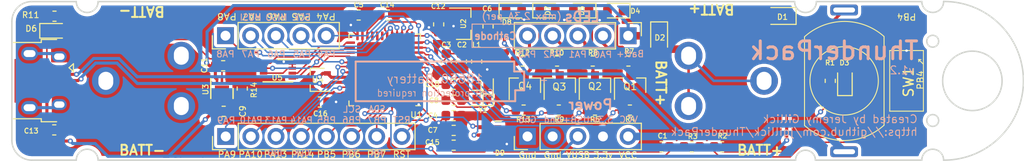
<source format=kicad_pcb>
(kicad_pcb (version 20171130) (host pcbnew "(5.1.8-0-10_14)")
  (layers (0 F.Cu signal) (31 B.Cu signal) (34 B.Paste user) (35 F.Paste user) (36 B.SilkS user) (37 F.SilkS user) (38 B.Mask user) (39 F.Mask user) (44 Edge.Cuts user))
  (net 0 "")
  (net 1 /BUTTON)
  (net 2 GND)
  (net 3 +3V3)
  (net 4 +BATT)
  (net 5 /VIN)
  (net 6 /VUSB)
  (net 7 "Net-(D3-Pad2)")
  (net 8 "Net-(D4-Pad1)")
  (net 9 "Net-(D5-Pad1)")
  (net 10 "Net-(D6-Pad1)")
  (net 11 "Net-(D7-Pad1)")
  (net 12 "Net-(D8-Pad1)")
  (net 13 /RESET)
  (net 14 /PB7)
  (net 15 /PB6)
  (net 16 /PA10)
  (net 17 /PA9)
  (net 18 /PA8)
  (net 19 /PA7)
  (net 20 /PA6)
  (net 21 /PA5)
  (net 22 /PA4)
  (net 23 /USB_D-)
  (net 24 /USB_D+)
  (net 25 "Net-(J6-Pad2)")
  (net 26 "Net-(J6-Pad3)")
  (net 27 "Net-(J6-Pad4)")
  (net 28 "Net-(J6-Pad5)")
  (net 29 /LED1)
  (net 30 /LED2)
  (net 31 /LED3)
  (net 32 /LED4)
  (net 33 "Net-(R2-Pad1)")
  (net 34 /PB5)
  (net 35 "Net-(R14-Pad1)")
  (net 36 /PA13)
  (net 37 /PA14)
  (net 38 /VDDA)
  (net 39 "Net-(C14-Pad1)")
  (net 40 "Net-(C8-Pad1)")
  (net 41 "Net-(C10-Pad1)")
  (net 42 /FLASH_MOSI)
  (net 43 /FLASH_MISO)
  (net 44 /FLASH_SCK)
  (net 45 /FLASH_CSEL)
  (net 46 /RGB_SDI)
  (net 47 /RGB_CKI)
  (net 48 "Net-(D1-Pad1)")
  (net 49 "Net-(R11-Pad2)")
  (module "Jeremy LEDs:LED-APA102-2020" (layer F.Cu) (at 106.3 105.475 180)
    (fp_text reference D9 (at -1.05 -1.8) (layer F.SilkS) (effects (font (size 0.5 0.5) (thickness 0.1))))
    (fp_text value APA102-2020)
    (pad 6 smd rect (at 0 0.8 270) (size 0.6 0.25) (layers F.Cu F.Paste F.Mask) (net 2 GND))
    (pad 1 smd rect (at 0 -0.8 270) (size 0.6 0.25) (layers F.Cu F.Paste F.Mask) (net 3 +3V3))
    (pad 6 smd rect (at 0.85 -0.8 180) (size 0.7 0.4) (layers F.Cu F.Paste F.Mask) (net 2 GND))
    (pad 4 smd rect (at 0.85 0.8 180) (size 0.7 0.4) (layers F.Cu F.Paste F.Mask) (net 46 /RGB_SDI))
    (pad 5 smd rect (at 0.85 0 180) (size 0.8 0.35) (layers F.Cu F.Paste F.Mask) (net 47 /RGB_CKI))
    (pad 3 smd rect (at -0.85 0.8 180) (size 0.7 0.4) (layers F.Cu F.Paste F.Mask))
    (pad 2 smd rect (at -0.85 0 180) (size 0.8 0.35) (layers F.Cu F.Paste F.Mask))
    (pad 1 smd rect (at -0.85 -0.8 180) (size 0.7 0.4) (layers F.Cu F.Paste F.Mask) (net 3 +3V3))
  )
  (module "Jeremy Button/Switch:SW_KAN-15_PHT" (layer F.Cu) (at 142.1 100 270)
    (fp_text reference SW2 hide)
    (fp_text value Power)
    (pad 2 thru_hole roundrect (at 7.15 0 270) (size 1.1 2.8) (drill oval 0.5 2.2) (layers *.Cu *.Mask) (net 5 /VIN))
    (pad 1 thru_hole roundrect (at -7.15 0 270) (size 1.1 2.8) (drill oval 0.5 2.2) (layers *.Cu *.Mask) (net 48 "Net-(D1-Pad1)"))
  )
  (module LED_SMD:LED_0603_1608Metric (layer F.Cu) (at 142.175 100 90)
    (fp_text reference D3 (at 1.825 -0.05) (layer F.SilkS) (effects (font (size 0.5 0.5) (thickness 0.1))))
    (fp_text value LED)
    (pad 2 smd roundrect (at 0.7875 0 90) (size 0.875 0.95) (layers F.Cu F.Paste F.Mask) (net 7 "Net-(D3-Pad2)"))
    (pad 1 smd roundrect (at -0.7875 0 90) (size 0.875 0.95) (layers F.Cu F.Paste F.Mask) (net 2 GND))
  )
  (module Package_DFN_QFN:DFN-6-1EP_2x2mm_P0.5mm_EP0.61x1.42mm (layer F.Cu) (at 79.3 100.775 270)
    (fp_text reference U3 (at 0.1 1.65 90) (layer F.SilkS) (effects (font (size 0.55 0.55) (thickness 0.1))))
    (fp_text value MCP73830)
    (pad 7 smd rect (at 0 0 270) (size 0.61 1.42) (layers F.Cu F.Mask))
    (pad 6 smd rect (at 0.925 -0.5 270) (size 0.7 0.25) (layers F.Cu F.Paste F.Mask) (net 35 "Net-(R14-Pad1)"))
    (pad 5 smd rect (at 0.925 0 270) (size 0.7 0.25) (layers F.Cu F.Paste F.Mask))
    (pad 4 smd rect (at 0.925 0.5 270) (size 0.7 0.25) (layers F.Cu F.Paste F.Mask) (net 6 /VUSB))
    (pad 3 smd rect (at -0.925 0.5 270) (size 0.7 0.25) (layers F.Cu F.Paste F.Mask) (net 4 +BATT))
    (pad 2 smd rect (at -0.925 0 270) (size 0.7 0.25) (layers F.Cu F.Paste F.Mask) (net 49 "Net-(R11-Pad2)"))
    (pad 1 smd rect (at -0.925 -0.5 270) (size 0.7 0.25) (layers F.Cu F.Paste F.Mask) (net 2 GND))
  )
  (module Diode_SMD:D_SOD-323 (layer F.Cu) (at 123.425 95.55 270)
    (fp_text reference D2 (at 0.095 -0.075 180) (layer F.SilkS) (effects (font (size 0.55 0.55) (thickness 0.1))))
    (fp_text value 20V2A)
    (pad 2 smd rect (at 1.05 0 270) (size 0.6 0.45) (layers F.Cu F.Paste F.Mask) (net 4 +BATT))
    (pad 1 smd rect (at -1.05 0 270) (size 0.6 0.45) (layers F.Cu F.Paste F.Mask) (net 48 "Net-(D1-Pad1)"))
  )
  (module Diode_SMD:D_SOD-323 (layer F.Cu) (at 135.75 93.45 180)
    (fp_text reference D1 (at -0.125 -0.1) (layer F.SilkS) (effects (font (size 0.55 0.55) (thickness 0.1))))
    (fp_text value 20V2A)
    (pad 1 smd rect (at -1.05 0 180) (size 0.6 0.45) (layers F.Cu F.Paste F.Mask) (net 48 "Net-(D1-Pad1)"))
    (pad 2 smd rect (at 1.05 0 180) (size 0.6 0.45) (layers F.Cu F.Paste F.Mask) (net 6 /VUSB))
  )
  (module "Jeremy Button/Switch:SW_SPST_FSMSM" (layer F.Cu) (at 148.4 100 270)
    (fp_text reference SW1 (at 0.125 -0.2 90) (layer F.SilkS))
    (fp_text value Mode)
    (pad 2 smd rect (at 4.59 0 270) (size 2.18 1.6) (layers F.Cu F.Paste F.Mask) (net 33 "Net-(R2-Pad1)"))
    (pad 1 smd rect (at -4.59 0 270) (size 2.18 1.6) (layers F.Cu F.Paste F.Mask) (net 3 +3V3))
  )
  (module Package_DFN_QFN:DFN-8-1EP_3x2mm_P0.5mm_EP1.3x1.5mm (layer F.Cu) (at 84.95 98.975)
    (fp_text reference U5 (at -0.075 0.7) (layer F.SilkS) (effects (font (size 0.55 0.55) (thickness 0.1))))
    (fp_text value GD25Q16CEIGR)
    (pad 8 smd rect (at 1.45 -0.75) (size 0.75 0.3) (layers F.Cu F.Paste F.Mask) (net 3 +3V3))
    (pad 7 smd rect (at 1.45 -0.25) (size 0.75 0.3) (layers F.Cu F.Paste F.Mask) (net 3 +3V3))
    (pad 6 smd rect (at 1.45 0.25) (size 0.75 0.3) (layers F.Cu F.Paste F.Mask) (net 44 /FLASH_SCK))
    (pad 5 smd rect (at 1.45 0.75) (size 0.75 0.3) (layers F.Cu F.Paste F.Mask) (net 42 /FLASH_MOSI))
    (pad 4 smd rect (at -1.45 0.75) (size 0.75 0.3) (layers F.Cu F.Paste F.Mask) (net 2 GND))
    (pad 3 smd rect (at -1.45 0.25) (size 0.75 0.3) (layers F.Cu F.Paste F.Mask) (net 3 +3V3))
    (pad 2 smd rect (at -1.45 -0.25) (size 0.75 0.3) (layers F.Cu F.Paste F.Mask) (net 43 /FLASH_MISO))
    (pad 1 smd rect (at -1.45 -0.75) (size 0.75 0.3) (layers F.Cu F.Paste F.Mask) (net 45 /FLASH_CSEL))
  )
  (module Jeremy:QFN-48-1EP_7x7mm_P0.5mm_EP5.6x5.6mm (layer F.Cu) (at 95.73 98.895 180)
    (fp_text reference U1 (at -3.19 -4.54 180) (layer F.SilkS) (effects (font (size 0.6 0.6) (thickness 0.1))))
    (fp_text value STM32F411CE)
    (pad 48 smd roundrect (at -2.75 -3.4375 180) (size 0.25 0.875) (layers F.Cu F.Paste F.Mask) (net 3 +3V3))
    (pad 47 smd roundrect (at -2.25 -3.4375 180) (size 0.25 0.875) (layers F.Cu F.Paste F.Mask) (net 2 GND))
    (pad 46 smd roundrect (at -1.75 -3.4375 180) (size 0.25 0.875) (layers F.Cu F.Paste F.Mask))
    (pad 45 smd roundrect (at -1.25 -3.4375 180) (size 0.25 0.875) (layers F.Cu F.Paste F.Mask) (net 46 /RGB_SDI))
    (pad 44 smd roundrect (at -0.75 -3.4375 180) (size 0.25 0.875) (layers F.Cu F.Paste F.Mask) (net 1 /BUTTON))
    (pad 43 smd roundrect (at -0.25 -3.4375 180) (size 0.25 0.875) (layers F.Cu F.Paste F.Mask) (net 14 /PB7))
    (pad 42 smd roundrect (at 0.25 -3.4375 180) (size 0.25 0.875) (layers F.Cu F.Paste F.Mask) (net 15 /PB6))
    (pad 41 smd roundrect (at 0.75 -3.4375 180) (size 0.25 0.875) (layers F.Cu F.Paste F.Mask) (net 34 /PB5))
    (pad 40 smd roundrect (at 1.25 -3.4375 180) (size 0.25 0.875) (layers F.Cu F.Paste F.Mask) (net 1 /BUTTON))
    (pad 39 smd roundrect (at 1.75 -3.4375 180) (size 0.25 0.875) (layers F.Cu F.Paste F.Mask))
    (pad 38 smd roundrect (at 2.25 -3.4375 180) (size 0.25 0.875) (layers F.Cu F.Paste F.Mask))
    (pad 37 smd roundrect (at 2.75 -3.4375 180) (size 0.25 0.875) (layers F.Cu F.Paste F.Mask) (net 37 /PA14))
    (pad 36 smd roundrect (at 3.4375 -2.75 180) (size 0.875 0.25) (layers F.Cu F.Paste F.Mask) (net 3 +3V3))
    (pad 35 smd roundrect (at 3.4375 -2.25 180) (size 0.875 0.25) (layers F.Cu F.Paste F.Mask) (net 2 GND))
    (pad 34 smd roundrect (at 3.4375 -1.75 180) (size 0.875 0.25) (layers F.Cu F.Paste F.Mask) (net 36 /PA13))
    (pad 33 smd roundrect (at 3.4375 -1.25 180) (size 0.875 0.25) (layers F.Cu F.Paste F.Mask) (net 24 /USB_D+))
    (pad 32 smd roundrect (at 3.4375 -0.75 180) (size 0.875 0.25) (layers F.Cu F.Paste F.Mask) (net 23 /USB_D-))
    (pad 31 smd roundrect (at 3.4375 -0.25 180) (size 0.875 0.25) (layers F.Cu F.Paste F.Mask) (net 16 /PA10))
    (pad 30 smd roundrect (at 3.4375 0.25 180) (size 0.875 0.25) (layers F.Cu F.Paste F.Mask) (net 17 /PA9))
    (pad 29 smd roundrect (at 3.4375 0.75 180) (size 0.875 0.25) (layers F.Cu F.Paste F.Mask) (net 18 /PA8))
    (pad 28 smd roundrect (at 3.4375 1.25 180) (size 0.875 0.25) (layers F.Cu F.Paste F.Mask) (net 42 /FLASH_MOSI))
    (pad 27 smd roundrect (at 3.4375 1.75 180) (size 0.875 0.25) (layers F.Cu F.Paste F.Mask) (net 43 /FLASH_MISO))
    (pad 26 smd roundrect (at 3.4375 2.25 180) (size 0.875 0.25) (layers F.Cu F.Paste F.Mask) (net 44 /FLASH_SCK))
    (pad 25 smd roundrect (at 3.4375 2.75 180) (size 0.875 0.25) (layers F.Cu F.Paste F.Mask) (net 45 /FLASH_CSEL))
    (pad 24 smd roundrect (at 2.75 3.4375 180) (size 0.25 0.875) (layers F.Cu F.Paste F.Mask) (net 3 +3V3))
    (pad 23 smd roundrect (at 2.25 3.4375 180) (size 0.25 0.875) (layers F.Cu F.Paste F.Mask) (net 2 GND))
    (pad 22 smd roundrect (at 1.75 3.4375 180) (size 0.25 0.875) (layers F.Cu F.Paste F.Mask) (net 39 "Net-(C14-Pad1)"))
    (pad 21 smd roundrect (at 1.25 3.4375 180) (size 0.25 0.875) (layers F.Cu F.Paste F.Mask))
    (pad 20 smd roundrect (at 0.75 3.4375 180) (size 0.25 0.875) (layers F.Cu F.Paste F.Mask) (net 2 GND))
    (pad 19 smd roundrect (at 0.25 3.4375 180) (size 0.25 0.875) (layers F.Cu F.Paste F.Mask))
    (pad 18 smd roundrect (at -0.25 3.4375 180) (size 0.25 0.875) (layers F.Cu F.Paste F.Mask) (net 47 /RGB_CKI))
    (pad 17 smd roundrect (at -0.75 3.4375 180) (size 0.25 0.875) (layers F.Cu F.Paste F.Mask) (net 19 /PA7))
    (pad 16 smd roundrect (at -1.25 3.4375 180) (size 0.25 0.875) (layers F.Cu F.Paste F.Mask) (net 20 /PA6))
    (pad 15 smd roundrect (at -1.75 3.4375 180) (size 0.25 0.875) (layers F.Cu F.Paste F.Mask) (net 21 /PA5))
    (pad 14 smd roundrect (at -2.25 3.4375 180) (size 0.25 0.875) (layers F.Cu F.Paste F.Mask) (net 22 /PA4))
    (pad 13 smd roundrect (at -2.75 3.4375 180) (size 0.25 0.875) (layers F.Cu F.Paste F.Mask) (net 32 /LED4))
    (pad 12 smd roundrect (at -3.4375 2.75 180) (size 0.875 0.25) (layers F.Cu F.Paste F.Mask) (net 31 /LED3))
    (pad 11 smd roundrect (at -3.4375 2.25 180) (size 0.875 0.25) (layers F.Cu F.Paste F.Mask) (net 30 /LED2))
    (pad 10 smd roundrect (at -3.4375 1.75 180) (size 0.875 0.25) (layers F.Cu F.Paste F.Mask) (net 29 /LED1))
    (pad 9 smd roundrect (at -3.4375 1.25 180) (size 0.875 0.25) (layers F.Cu F.Paste F.Mask) (net 38 /VDDA))
    (pad 8 smd roundrect (at -3.4375 0.75 180) (size 0.875 0.25) (layers F.Cu F.Paste F.Mask) (net 2 GND))
    (pad 7 smd roundrect (at -3.4375 0.25 180) (size 0.875 0.25) (layers F.Cu F.Paste F.Mask) (net 13 /RESET))
    (pad 6 smd roundrect (at -3.4375 -0.25 180) (size 0.875 0.25) (layers F.Cu F.Paste F.Mask) (net 41 "Net-(C10-Pad1)"))
    (pad 5 smd roundrect (at -3.4375 -0.75 180) (size 0.875 0.25) (layers F.Cu F.Paste F.Mask) (net 40 "Net-(C8-Pad1)"))
    (pad 4 smd roundrect (at -3.4375 -1.25 180) (size 0.875 0.25) (layers F.Cu F.Paste F.Mask))
    (pad 3 smd roundrect (at -3.4375 -1.75 180) (size 0.875 0.25) (layers F.Cu F.Paste F.Mask))
    (pad 2 smd roundrect (at -3.4375 -2.25 180) (size 0.875 0.25) (layers F.Cu F.Paste F.Mask))
    (pad 1 smd roundrect (at -3.4375 -2.75 180) (size 0.875 0.25) (layers F.Cu F.Paste F.Mask) (net 3 +3V3))
    (pad 49 smd roundrect (at 0 0 180) (size 5.6 5.6) (layers F.Cu F.Mask) (roundrect_rratio 0.044643) (net 2 GND))
  )
  (module BatteryClips:Keystone54_18650_PTC (layer F.Cu) (at 100.8 100)
    (fp_text reference J2 hide)
    (fp_text value Battery hide)
    (fp_text user "Cell protection required" (at 0.05 1.225) (layer B.SilkS) (effects (font (size 0.7 0.65) (thickness 0.08)) (justify mirror)))
    (fp_text user - (at -10 -0.1016) (layer B.SilkS) (effects (font (size 0.7 0.7) (thickness 0.1)) (justify mirror)))
    (fp_text user + (at 11 -0.1016) (layer B.SilkS) (effects (font (size 0.7 0.7) (thickness 0.1)) (justify mirror)))
    (fp_text user "18650 Battery" (at 0 -0.2) (layer B.SilkS) (effects (font (size 0.9 0.9) (thickness 0.1)) (justify mirror)))
    (pad 2 thru_hole circle (at -25.6 -2.54) (size 2.8 2.8) (drill oval 1.5 1.83) (layers *.Cu *.Mask) (net 2 GND))
    (pad 2 thru_hole circle (at -25.6 2.54) (size 2.8 2.8) (drill oval 1.5 1.83) (layers *.Cu *.Mask) (net 2 GND))
    (pad 1 thru_hole circle (at 25.6 -2.54) (size 2.8 2.8) (drill oval 1.5 1.83) (layers *.Cu *.Mask) (net 4 +BATT))
    (pad 1 thru_hole circle (at 25.6 2.54) (size 2.8 2.8) (drill oval 1.5 1.83) (layers *.Cu *.Mask) (net 4 +BATT))
    (pad 1 thru_hole circle (at 33.22 0) (size 2.8 2.8) (drill oval 1.5 1.83) (layers *.Cu *.Mask) (net 4 +BATT))
    (pad 2 thru_hole circle (at -33.22 0) (size 2.8 2.8) (drill oval 1.5 1.83) (layers *.Cu *.Mask) (net 2 GND))
  )
  (module Connector_PinHeader_2.54mm:PinHeader_1x05_P2.54mm_Vertical (layer F.Cu) (at 110.14 105.61 90)
    (fp_text reference J5 hide)
    (fp_text value Power)
    (pad 5 thru_hole oval (at 0 10.16 90) (size 1.7 1.7) (drill 1) (layers *.Cu *.Mask) (net 5 /VIN))
    (pad 4 thru_hole oval (at 0 7.62 90) (size 1.7 1.7) (drill 1) (layers *.Cu *.Mask) (net 3 +3V3))
    (pad 3 thru_hole oval (at 0 5.08 90) (size 1.7 1.7) (drill 1) (layers *.Cu *.Mask) (net 6 /VUSB))
    (pad 2 thru_hole oval (at 0 2.54 90) (size 1.7 1.7) (drill 1) (layers *.Cu *.Mask) (net 2 GND))
    (pad 1 thru_hole rect (at 0 0 90) (size 1.7 1.7) (drill 1) (layers *.Cu *.Mask) (net 2 GND))
  )
  (module Crystal:Crystal_SMD_2016-4Pin_2.0x1.6mm (layer F.Cu) (at 105.54 101.145 90)
    (fp_text reference Y1 (at -1.82 0.11 180) (layer F.SilkS) (effects (font (size 0.5 0.5) (thickness 0.1))))
    (fp_text value 24Mhz)
    (pad 4 smd rect (at -0.7 -0.55 90) (size 0.9 0.8) (layers F.Cu F.Paste F.Mask))
    (pad 3 smd rect (at 0.7 -0.55 90) (size 0.9 0.8) (layers F.Cu F.Paste F.Mask) (net 41 "Net-(C10-Pad1)"))
    (pad 2 smd rect (at 0.7 0.55 90) (size 0.9 0.8) (layers F.Cu F.Paste F.Mask) (net 2 GND))
    (pad 1 smd rect (at -0.7 0.55 90) (size 0.9 0.8) (layers F.Cu F.Paste F.Mask) (net 40 "Net-(C8-Pad1)"))
  )
  (module Capacitor_SMD:C_0603_1608Metric (layer F.Cu) (at 89.18 102.135 180)
    (fp_text reference C16 (at -0.06 -1.17) (layer F.SilkS) (effects (font (size 0.5 0.5) (thickness 0.1))))
    (fp_text value 100nF)
    (pad 2 smd roundrect (at 0.7875 0 180) (size 0.875 0.95) (layers F.Cu F.Paste F.Mask) (net 2 GND))
    (pad 1 smd roundrect (at -0.7875 0 180) (size 0.875 0.95) (layers F.Cu F.Paste F.Mask) (net 3 +3V3))
  )
  (module Capacitor_SMD:C_0603_1608Metric (layer F.Cu) (at 102.69 106.495)
    (fp_text reference C15 (at -2.15 -0.29) (layer F.SilkS) (effects (font (size 0.5 0.5) (thickness 0.1))))
    (fp_text value 100nF)
    (pad 2 smd roundrect (at 0.7875 0) (size 0.875 0.95) (layers F.Cu F.Paste F.Mask) (net 2 GND))
    (pad 1 smd roundrect (at -0.7875 0) (size 0.875 0.95) (layers F.Cu F.Paste F.Mask) (net 3 +3V3))
  )
  (module Capacitor_SMD:C_0603_1608Metric (layer F.Cu) (at 96.06 93.355)
    (fp_text reference C14 (at -0.08 -1.03) (layer F.SilkS) (effects (font (size 0.5 0.5) (thickness 0.1))))
    (fp_text value 4.7uF)
    (pad 1 smd roundrect (at -0.7875 0) (size 0.875 0.95) (layers F.Cu F.Paste F.Mask) (net 39 "Net-(C14-Pad1)"))
    (pad 2 smd roundrect (at 0.7875 0) (size 0.875 0.95) (layers F.Cu F.Paste F.Mask) (net 2 GND))
  )
  (module LED_SMD:LED_0603_1608Metric (layer F.Cu) (at 62.4 94.95)
    (fp_text reference D6 (at -2.35 -0.225) (layer F.SilkS) (effects (font (size 0.6 0.6) (thickness 0.1))))
    (fp_text value LED)
    (pad 2 smd roundrect (at 0.7875 0) (size 0.875 0.95) (layers F.Cu F.Paste F.Mask) (net 6 /VUSB))
    (pad 1 smd roundrect (at -0.7875 0) (size 0.875 0.95) (layers F.Cu F.Paste F.Mask) (net 10 "Net-(D6-Pad1)"))
  )
  (module Resistor_SMD:R_0603_1608Metric (layer F.Cu) (at 81.35 100.775 90)
    (fp_text reference R14 (at -0.15 1.175 90) (layer F.SilkS) (effects (font (size 0.55 0.55) (thickness 0.1))))
    (fp_text value 1k)
    (pad 2 smd roundrect (at 0.7875 0 90) (size 0.875 0.95) (layers F.Cu F.Paste F.Mask) (net 2 GND))
    (pad 1 smd roundrect (at -0.7875 0 90) (size 0.875 0.95) (layers F.Cu F.Paste F.Mask) (net 35 "Net-(R14-Pad1)"))
  )
  (module Resistor_SMD:R_0603_1608Metric (layer F.Cu) (at 62.4 93.475)
    (fp_text reference R11 (at -2.4 -0.125) (layer F.SilkS) (effects (font (size 0.6 0.6) (thickness 0.1))))
    (fp_text value 330)
    (pad 2 smd roundrect (at 0.7875 0) (size 0.875 0.95) (layers F.Cu F.Paste F.Mask) (net 49 "Net-(R11-Pad2)"))
    (pad 1 smd roundrect (at -0.7875 0) (size 0.875 0.95) (layers F.Cu F.Paste F.Mask) (net 10 "Net-(D6-Pad1)"))
  )
  (module Capacitor_SMD:C_0603_1608Metric (layer F.Cu) (at 79.425 98.475)
    (fp_text reference C11 (at -1.9 -0.05 270) (layer F.SilkS) (effects (font (size 0.55 0.55) (thickness 0.1))))
    (fp_text value 4.7uF)
    (pad 2 smd roundrect (at 0.7875 0) (size 0.875 0.95) (layers F.Cu F.Paste F.Mask) (net 2 GND))
    (pad 1 smd roundrect (at -0.7875 0) (size 0.875 0.95) (layers F.Cu F.Paste F.Mask) (net 4 +BATT))
  )
  (module Capacitor_SMD:C_0603_1608Metric (layer F.Cu) (at 79.475 103.075)
    (fp_text reference C9 (at 1.925 0 270) (layer F.SilkS) (effects (font (size 0.6 0.6) (thickness 0.1))))
    (fp_text value 4.7uF)
    (pad 2 smd roundrect (at 0.7875 0) (size 0.875 0.95) (layers F.Cu F.Paste F.Mask) (net 2 GND))
    (pad 1 smd roundrect (at -0.7875 0) (size 0.875 0.95) (layers F.Cu F.Paste F.Mask) (net 6 /VUSB))
  )
  (module Package_TO_SOT_SMD:SOT-323_SC-70 (layer F.Cu) (at 88.94 99.895 180)
    (fp_text reference U4 (at -0.04 0) (layer F.SilkS) (effects (font (size 0.6 0.6) (thickness 0.1))))
    (fp_text value ESD7002WTT1G)
    (pad 1 smd rect (at -1 -0.65 90) (size 0.45 0.7) (layers F.Cu F.Paste F.Mask) (net 24 /USB_D+))
    (pad 2 smd rect (at -1 0.65 90) (size 0.45 0.7) (layers F.Cu F.Paste F.Mask) (net 23 /USB_D-))
    (pad 3 smd rect (at 1 0 90) (size 0.45 0.7) (layers F.Cu F.Paste F.Mask) (net 2 GND))
  )
  (module Capacitor_SMD:C_0603_1608Metric (layer F.Cu) (at 62.375 104.95 180)
    (fp_text reference C13 (at 2.325 -0.1) (layer F.SilkS) (effects (font (size 0.5 0.5) (thickness 0.1))))
    (fp_text value 1uF)
    (pad 2 smd roundrect (at 0.7875 0 180) (size 0.875 0.95) (layers F.Cu F.Paste F.Mask) (net 6 /VUSB))
    (pad 1 smd roundrect (at -0.7875 0 180) (size 0.875 0.95) (layers F.Cu F.Paste F.Mask) (net 2 GND))
  )
  (module Capacitor_SMD:C_0603_1608Metric (layer F.Cu) (at 101.175 94.3 90)
    (fp_text reference C12 (at 1.83 -0.04 180) (layer F.SilkS) (effects (font (size 0.5 0.5) (thickness 0.1))))
    (fp_text value 2.2uF)
    (pad 2 smd roundrect (at 0.7875 0 90) (size 0.875 0.95) (layers F.Cu F.Paste F.Mask) (net 2 GND))
    (pad 1 smd roundrect (at -0.7875 0 90) (size 0.875 0.95) (layers F.Cu F.Paste F.Mask) (net 3 +3V3))
  )
  (module Capacitor_SMD:C_0603_1608Metric (layer F.Cu) (at 106.16 94.505 270)
    (fp_text reference C6 (at -1.79 0.09 180) (layer F.SilkS) (effects (font (size 0.5 0.5) (thickness 0.1))))
    (fp_text value 1uF)
    (pad 2 smd roundrect (at 0.7875 0 270) (size 0.875 0.95) (layers F.Cu F.Paste F.Mask) (net 2 GND))
    (pad 1 smd roundrect (at -0.7875 0 270) (size 0.875 0.95) (layers F.Cu F.Paste F.Mask) (net 5 /VIN))
  )
  (module Connector_PinHeader_2.54mm:PinHeader_1x08_P2.54mm_Vertical (layer F.Cu) (at 79.68 105.61 90)
    (fp_text reference J7 hide)
    (fp_text value GPIO)
    (pad 8 thru_hole oval (at 0 17.78 90) (size 1.7 1.7) (drill 1) (layers *.Cu *.Mask) (net 13 /RESET))
    (pad 7 thru_hole oval (at 0 15.24 90) (size 1.7 1.7) (drill 1) (layers *.Cu *.Mask) (net 14 /PB7))
    (pad 6 thru_hole oval (at 0 12.7 90) (size 1.7 1.7) (drill 1) (layers *.Cu *.Mask) (net 15 /PB6))
    (pad 5 thru_hole oval (at 0 10.16 90) (size 1.7 1.7) (drill 1) (layers *.Cu *.Mask) (net 34 /PB5))
    (pad 4 thru_hole oval (at 0 7.62 90) (size 1.7 1.7) (drill 1) (layers *.Cu *.Mask) (net 37 /PA14))
    (pad 3 thru_hole oval (at 0 5.08 90) (size 1.7 1.7) (drill 1) (layers *.Cu *.Mask) (net 36 /PA13))
    (pad 2 thru_hole oval (at 0 2.54 90) (size 1.7 1.7) (drill 1) (layers *.Cu *.Mask) (net 16 /PA10))
    (pad 1 thru_hole rect (at 0 0 90) (size 1.7 1.7) (drill 1) (layers *.Cu *.Mask) (net 17 /PA9))
  )
  (module Capacitor_SMD:C_0603_1608Metric (layer F.Cu) (at 102.69 103.505)
    (fp_text reference C4 (at -2.09 0) (layer F.SilkS) (effects (font (size 0.5 0.5) (thickness 0.1))))
    (fp_text value 100nF)
    (pad 1 smd roundrect (at -0.7875 0) (size 0.875 0.95) (layers F.Cu F.Paste F.Mask) (net 3 +3V3))
    (pad 2 smd roundrect (at 0.7875 0) (size 0.875 0.95) (layers F.Cu F.Paste F.Mask) (net 2 GND))
  )
  (module Capacitor_SMD:C_0603_1608Metric (layer F.Cu) (at 102.69 105)
    (fp_text reference C7 (at -2.12 -0.025 180) (layer F.SilkS) (effects (font (size 0.5 0.5) (thickness 0.1))))
    (fp_text value 4.7uF)
    (pad 2 smd roundrect (at 0.7875 0) (size 0.875 0.95) (layers F.Cu F.Paste F.Mask) (net 2 GND))
    (pad 1 smd roundrect (at -0.7875 0) (size 0.875 0.95) (layers F.Cu F.Paste F.Mask) (net 3 +3V3))
  )
  (module Package_TO_SOT_SMD:SOT-23 (layer F.Cu) (at 103.67 94.235)
    (fp_text reference U2 (at 0 0 90) (layer F.SilkS) (effects (font (size 0.5 0.5) (thickness 0.1))))
    (fp_text value AP2210N-3.3TRG1)
    (pad 1 smd rect (at -1 -0.95) (size 0.9 0.8) (layers F.Cu F.Paste F.Mask) (net 2 GND))
    (pad 2 smd rect (at -1 0.95) (size 0.9 0.8) (layers F.Cu F.Paste F.Mask) (net 3 +3V3))
    (pad 3 smd rect (at 1 0) (size 0.9 0.8) (layers F.Cu F.Paste F.Mask) (net 5 /VIN))
  )
  (module Jeremy:USB_Micro-B_Amphenol_10103594-0001LF_Horizontal (layer F.Cu) (at 61 100 270)
    (fp_text reference J4 hide)
    (fp_text value USB_B_Micro)
    (pad 6 smd rect (at 0 1.385) (size 2.5 4.4) (layers F.Cu F.Paste F.Mask) (net 2 GND))
    (pad 6 thru_hole oval (at 2.705 1.115) (size 1.7 1.35) (drill oval 1.2 0.7) (layers *.Cu *.Mask) (net 2 GND))
    (pad 6 thru_hole oval (at -2.755 1.115) (size 1.7 1.35) (drill oval 1.2 0.7) (layers *.Cu *.Mask) (net 2 GND))
    (pad 6 thru_hole oval (at 2.395 -1.885) (size 1.5 1.1) (drill oval 1.05 0.65) (layers *.Cu *.Mask) (net 2 GND))
    (pad 6 thru_hole oval (at -2.445 -1.885) (size 1.5 1.1) (drill oval 1.05 0.65) (layers *.Cu *.Mask) (net 2 GND))
    (pad 5 smd rect (at 1.275 -1.765) (size 1.65 0.4) (layers F.Cu F.Paste F.Mask) (net 2 GND))
    (pad 4 smd rect (at 0.625 -1.765) (size 1.65 0.4) (layers F.Cu F.Paste F.Mask))
    (pad 3 smd rect (at -0.025 -1.765) (size 1.65 0.4) (layers F.Cu F.Paste F.Mask) (net 24 /USB_D+))
    (pad 2 smd rect (at -0.675 -1.765) (size 1.65 0.4) (layers F.Cu F.Paste F.Mask) (net 23 /USB_D-))
    (pad 1 smd rect (at -1.325 -1.765) (size 1.65 0.4) (layers F.Cu F.Paste F.Mask) (net 6 /VUSB))
    (pad 6 smd rect (at 2.875 -1.885 270) (size 2 1.5) (layers F.Cu F.Paste F.Mask) (net 2 GND))
    (pad 6 smd rect (at -2.875 -1.865 270) (size 2 1.5) (layers F.Cu F.Paste F.Mask) (net 2 GND))
  )
  (module LED_SMD:LED_0603_1608Metric (layer F.Cu) (at 108.76 92.915)
    (fp_text reference D8 (at -0.71 1.16) (layer F.SilkS) (effects (font (size 0.5 0.5) (thickness 0.1))))
    (fp_text value LED)
    (pad 1 smd roundrect (at -0.7875 0) (size 0.875 0.95) (layers F.Cu F.Paste F.Mask) (net 12 "Net-(D8-Pad1)"))
    (pad 2 smd roundrect (at 0.7875 0) (size 0.875 0.95) (layers F.Cu F.Paste F.Mask) (net 3 +3V3))
  )
  (module LED_SMD:LED_0603_1608Metric (layer F.Cu) (at 112.16 92.915)
    (fp_text reference D7 (at 0.04 0.01 90) (layer F.SilkS) (effects (font (size 0.5 0.5) (thickness 0.1))))
    (fp_text value LED)
    (pad 2 smd roundrect (at 0.7875 0) (size 0.875 0.95) (layers F.Cu F.Paste F.Mask) (net 3 +3V3))
    (pad 1 smd roundrect (at -0.7875 0) (size 0.875 0.95) (layers F.Cu F.Paste F.Mask) (net 11 "Net-(D7-Pad1)"))
  )
  (module LED_SMD:LED_0603_1608Metric (layer F.Cu) (at 115.56 92.915 180)
    (fp_text reference D5 (at -0.04 -0.01 90) (layer F.SilkS) (effects (font (size 0.5 0.5) (thickness 0.1))))
    (fp_text value LED)
    (pad 1 smd roundrect (at -0.7875 0 180) (size 0.875 0.95) (layers F.Cu F.Paste F.Mask) (net 9 "Net-(D5-Pad1)"))
    (pad 2 smd roundrect (at 0.7875 0 180) (size 0.875 0.95) (layers F.Cu F.Paste F.Mask) (net 3 +3V3))
  )
  (module LED_SMD:LED_0603_1608Metric (layer F.Cu) (at 119 92.915 180)
    (fp_text reference D4 (at -2.025 -0.035) (layer F.SilkS) (effects (font (size 0.5 0.5) (thickness 0.1))))
    (fp_text value LED)
    (pad 1 smd roundrect (at -0.7875 0 180) (size 0.875 0.95) (layers F.Cu F.Paste F.Mask) (net 8 "Net-(D4-Pad1)"))
    (pad 2 smd roundrect (at 0.7875 0 180) (size 0.875 0.95) (layers F.Cu F.Paste F.Mask) (net 3 +3V3))
  )
  (module Inductor_SMD:L_0603_1608Metric (layer F.Cu) (at 105.01 98.045 270)
    (fp_text reference L1 (at -1.68 0) (layer F.SilkS) (effects (font (size 0.5 0.5) (thickness 0.1))))
    (fp_text value Bead)
    (pad 1 smd roundrect (at -0.7875 0 270) (size 0.875 0.95) (layers F.Cu F.Paste F.Mask) (net 38 /VDDA))
    (pad 2 smd roundrect (at 0.7875 0 270) (size 0.875 0.95) (layers F.Cu F.Paste F.Mask) (net 3 +3V3))
  )
  (module Resistor_SMD:R_0603_1608Metric (layer F.Cu) (at 140.7 100 270)
    (fp_text reference R1 (at -1.825 0.025) (layer F.SilkS) (effects (font (size 0.5 0.5) (thickness 0.1))))
    (fp_text value 270)
    (pad 2 smd roundrect (at 0.7875 0 270) (size 0.875 0.95) (layers F.Cu F.Paste F.Mask) (net 5 /VIN))
    (pad 1 smd roundrect (at -0.7875 0 270) (size 0.875 0.95) (layers F.Cu F.Paste F.Mask) (net 7 "Net-(D3-Pad2)"))
  )
  (module Resistor_SMD:R_0603_1608Metric (layer F.Cu) (at 129.775 106.655)
    (fp_text reference R2 (at 0.05 -1.1) (layer F.SilkS) (effects (font (size 0.5 0.5) (thickness 0.1))))
    (fp_text value 20k)
    (pad 2 smd roundrect (at 0.7875 0) (size 0.875 0.95) (layers F.Cu F.Paste F.Mask) (net 2 GND))
    (pad 1 smd roundrect (at -0.7875 0) (size 0.875 0.95) (layers F.Cu F.Paste F.Mask) (net 33 "Net-(R2-Pad1)"))
  )
  (module Resistor_SMD:R_0603_1608Metric (layer F.Cu) (at 126.725 106.655 180)
    (fp_text reference R3 (at -0.1 1.05 180) (layer F.SilkS) (effects (font (size 0.5 0.5) (thickness 0.1))))
    (fp_text value 330)
    (pad 2 smd roundrect (at 0.7875 0 180) (size 0.875 0.95) (layers F.Cu F.Paste F.Mask) (net 1 /BUTTON))
    (pad 1 smd roundrect (at -0.7875 0 180) (size 0.875 0.95) (layers F.Cu F.Paste F.Mask) (net 33 "Net-(R2-Pad1)"))
  )
  (module Resistor_SMD:R_0603_1608Metric (layer F.Cu) (at 120.475 102.95)
    (fp_text reference R4 (at 0.025 0.92 180) (layer F.SilkS) (effects (font (size 0.5 0.5) (thickness 0.1))))
    (fp_text value 20k)
    (pad 2 smd roundrect (at 0.7875 0) (size 0.875 0.95) (layers F.Cu F.Paste F.Mask) (net 2 GND))
    (pad 1 smd roundrect (at -0.7875 0) (size 0.875 0.95) (layers F.Cu F.Paste F.Mask) (net 29 /LED1))
  )
  (module Resistor_SMD:R_0603_1608Metric (layer F.Cu) (at 116.95 102.95)
    (fp_text reference R5 (at 0 0.945 180) (layer F.SilkS) (effects (font (size 0.5 0.5) (thickness 0.1))))
    (fp_text value 20k)
    (pad 2 smd roundrect (at 0.7875 0) (size 0.875 0.95) (layers F.Cu F.Paste F.Mask) (net 2 GND))
    (pad 1 smd roundrect (at -0.7875 0) (size 0.875 0.95) (layers F.Cu F.Paste F.Mask) (net 30 /LED2))
  )
  (module Resistor_SMD:R_0603_1608Metric (layer F.Cu) (at 120.325 98 180)
    (fp_text reference R7 (at -0.075 0.975) (layer F.SilkS) (effects (font (size 0.5 0.5) (thickness 0.1))))
    (fp_text value 270)
    (pad 2 smd roundrect (at 0.7875 0 180) (size 0.875 0.95) (layers F.Cu F.Paste F.Mask) (net 25 "Net-(J6-Pad2)"))
    (pad 1 smd roundrect (at -0.7875 0 180) (size 0.875 0.95) (layers F.Cu F.Paste F.Mask) (net 8 "Net-(D4-Pad1)"))
  )
  (module Resistor_SMD:R_0603_1608Metric (layer F.Cu) (at 116.725 98 180)
    (fp_text reference R8 (at -0.025 0.825) (layer F.SilkS) (effects (font (size 0.5 0.5) (thickness 0.1))))
    (fp_text value 270)
    (pad 2 smd roundrect (at 0.7875 0 180) (size 0.875 0.95) (layers F.Cu F.Paste F.Mask) (net 26 "Net-(J6-Pad3)"))
    (pad 1 smd roundrect (at -0.7875 0 180) (size 0.875 0.95) (layers F.Cu F.Paste F.Mask) (net 9 "Net-(D5-Pad1)"))
  )
  (module Resistor_SMD:R_0603_1608Metric (layer F.Cu) (at 113.3 102.95)
    (fp_text reference R9 (at 0.05 0.945 180) (layer F.SilkS) (effects (font (size 0.5 0.5) (thickness 0.1))))
    (fp_text value 20k)
    (pad 2 smd roundrect (at 0.7875 0) (size 0.875 0.95) (layers F.Cu F.Paste F.Mask) (net 2 GND))
    (pad 1 smd roundrect (at -0.7875 0) (size 0.875 0.95) (layers F.Cu F.Paste F.Mask) (net 31 /LED3))
  )
  (module Resistor_SMD:R_0603_1608Metric (layer F.Cu) (at 113.125 98)
    (fp_text reference R10 (at -0.025 -0.825) (layer F.SilkS) (effects (font (size 0.5 0.5) (thickness 0.1))))
    (fp_text value 270)
    (pad 2 smd roundrect (at 0.7875 0) (size 0.875 0.95) (layers F.Cu F.Paste F.Mask) (net 27 "Net-(J6-Pad4)"))
    (pad 1 smd roundrect (at -0.7875 0) (size 0.875 0.95) (layers F.Cu F.Paste F.Mask) (net 11 "Net-(D7-Pad1)"))
  )
  (module Resistor_SMD:R_0603_1608Metric (layer F.Cu) (at 109.65 98)
    (fp_text reference R12 (at 0 -0.825 180) (layer F.SilkS) (effects (font (size 0.5 0.5) (thickness 0.1))))
    (fp_text value 270)
    (pad 2 smd roundrect (at 0.7875 0) (size 0.875 0.95) (layers F.Cu F.Paste F.Mask) (net 28 "Net-(J6-Pad5)"))
    (pad 1 smd roundrect (at -0.7875 0) (size 0.875 0.95) (layers F.Cu F.Paste F.Mask) (net 12 "Net-(D8-Pad1)"))
  )
  (module Resistor_SMD:R_0603_1608Metric (layer F.Cu) (at 109.75 102.95)
    (fp_text reference R13 (at -0.025 0.945 -180) (layer F.SilkS) (effects (font (size 0.5 0.5) (thickness 0.1))))
    (fp_text value 20k)
    (pad 2 smd roundrect (at 0.7875 0) (size 0.875 0.95) (layers F.Cu F.Paste F.Mask) (net 2 GND))
    (pad 1 smd roundrect (at -0.7875 0) (size 0.875 0.95) (layers F.Cu F.Paste F.Mask) (net 32 /LED4))
  )
  (module Capacitor_SMD:C_0603_1608Metric (layer F.Cu) (at 123.675 106.655 180)
    (fp_text reference C1 (at -0.1 1.1 180) (layer F.SilkS) (effects (font (size 0.5 0.5) (thickness 0.1))))
    (fp_text value 100nF)
    (pad 2 smd roundrect (at 0.7875 0 180) (size 0.875 0.95) (layers F.Cu F.Paste F.Mask) (net 2 GND))
    (pad 1 smd roundrect (at -0.7875 0 180) (size 0.875 0.95) (layers F.Cu F.Paste F.Mask) (net 1 /BUTTON))
  )
  (module Capacitor_SMD:C_0603_1608Metric (layer F.Cu) (at 103.47 98.04 270)
    (fp_text reference C2 (at -1.68 -0.05) (layer F.SilkS) (effects (font (size 0.5 0.5) (thickness 0.1))))
    (fp_text value 1uF)
    (pad 2 smd roundrect (at 0.7875 0 270) (size 0.875 0.95) (layers F.Cu F.Paste F.Mask) (net 2 GND))
    (pad 1 smd roundrect (at -0.7875 0 270) (size 0.875 0.95) (layers F.Cu F.Paste F.Mask) (net 38 /VDDA))
  )
  (module Capacitor_SMD:C_0603_1608Metric (layer F.Cu) (at 101.945 98.04 270)
    (fp_text reference C3 (at -1.68 0) (layer F.SilkS) (effects (font (size 0.5 0.5) (thickness 0.1))))
    (fp_text value 100nF)
    (pad 2 smd roundrect (at 0.7875 0 270) (size 0.875 0.95) (layers F.Cu F.Paste F.Mask) (net 2 GND))
    (pad 1 smd roundrect (at -0.7875 0 270) (size 0.875 0.95) (layers F.Cu F.Paste F.Mask) (net 38 /VDDA))
  )
  (module Capacitor_SMD:C_0603_1608Metric (layer F.Cu) (at 93.1 93.355)
    (fp_text reference C5 (at 0 -1.03 180) (layer F.SilkS) (effects (font (size 0.5 0.5) (thickness 0.1))))
    (fp_text value 100nF)
    (pad 2 smd roundrect (at 0.7875 0) (size 0.875 0.95) (layers F.Cu F.Paste F.Mask) (net 2 GND))
    (pad 1 smd roundrect (at -0.7875 0) (size 0.875 0.95) (layers F.Cu F.Paste F.Mask) (net 3 +3V3))
  )
  (module Capacitor_SMD:C_0603_1608Metric (layer F.Cu) (at 102.69 101.95)
    (fp_text reference C8 (at -2 0.035) (layer F.SilkS) (effects (font (size 0.5 0.5) (thickness 0.1))))
    (fp_text value 6pF)
    (pad 2 smd roundrect (at 0.7875 0) (size 0.875 0.95) (layers F.Cu F.Paste F.Mask) (net 2 GND))
    (pad 1 smd roundrect (at -0.7875 0) (size 0.875 0.95) (layers F.Cu F.Paste F.Mask) (net 40 "Net-(C8-Pad1)"))
  )
  (module Capacitor_SMD:C_0603_1608Metric (layer F.Cu) (at 102.69 100.35)
    (fp_text reference C10 (at -2.17 0.015 -180) (layer F.SilkS) (effects (font (size 0.5 0.5) (thickness 0.1))))
    (fp_text value 6pF)
    (pad 1 smd roundrect (at -0.7875 0) (size 0.875 0.95) (layers F.Cu F.Paste F.Mask) (net 41 "Net-(C10-Pad1)"))
    (pad 2 smd roundrect (at 0.7875 0) (size 0.875 0.95) (layers F.Cu F.Paste F.Mask) (net 2 GND))
  )
  (module Package_TO_SOT_SMD:SOT-23 (layer F.Cu) (at 120.5 100.47 90)
    (fp_text reference Q1 (at -0.1 0 180) (layer F.SilkS) (effects (font (size 0.7 0.7) (thickness 0.1))))
    (fp_text value BSS806N)
    (pad 3 smd rect (at 1 0 90) (size 0.9 0.8) (layers F.Cu F.Paste F.Mask) (net 25 "Net-(J6-Pad2)"))
    (pad 2 smd rect (at -1 0.95 90) (size 0.9 0.8) (layers F.Cu F.Paste F.Mask) (net 2 GND))
    (pad 1 smd rect (at -1 -0.95 90) (size 0.9 0.8) (layers F.Cu F.Paste F.Mask) (net 29 /LED1))
  )
  (module Package_TO_SOT_SMD:SOT-23 (layer F.Cu) (at 113.4 100.475 90)
    (fp_text reference Q3 (at -0.125 -0.05 180) (layer F.SilkS) (effects (font (size 0.7 0.7) (thickness 0.1))))
    (fp_text value BSS806N)
    (pad 3 smd rect (at 1 0 90) (size 0.9 0.8) (layers F.Cu F.Paste F.Mask) (net 27 "Net-(J6-Pad4)"))
    (pad 2 smd rect (at -1 0.95 90) (size 0.9 0.8) (layers F.Cu F.Paste F.Mask) (net 2 GND))
    (pad 1 smd rect (at -1 -0.95 90) (size 0.9 0.8) (layers F.Cu F.Paste F.Mask) (net 31 /LED3))
  )
  (module Package_TO_SOT_SMD:SOT-23 (layer F.Cu) (at 109.875 100.475 90)
    (fp_text reference Q4 (at -0.05 0.025) (layer F.SilkS) (effects (font (size 0.7 0.7) (thickness 0.1))))
    (fp_text value BSS806N)
    (pad 3 smd rect (at 1 0 90) (size 0.9 0.8) (layers F.Cu F.Paste F.Mask) (net 28 "Net-(J6-Pad5)"))
    (pad 2 smd rect (at -1 0.95 90) (size 0.9 0.8) (layers F.Cu F.Paste F.Mask) (net 2 GND))
    (pad 1 smd rect (at -1 -0.95 90) (size 0.9 0.8) (layers F.Cu F.Paste F.Mask) (net 32 /LED4))
  )
  (module Package_TO_SOT_SMD:SOT-23 (layer F.Cu) (at 116.95 100.475 90)
    (fp_text reference Q2 (at -0.075 0 180) (layer F.SilkS) (effects (font (size 0.7 0.7) (thickness 0.1))))
    (fp_text value BSS806N)
    (pad 1 smd rect (at -1 -0.95 90) (size 0.9 0.8) (layers F.Cu F.Paste F.Mask) (net 30 /LED2))
    (pad 2 smd rect (at -1 0.95 90) (size 0.9 0.8) (layers F.Cu F.Paste F.Mask) (net 2 GND))
    (pad 3 smd rect (at 1 0 90) (size 0.9 0.8) (layers F.Cu F.Paste F.Mask) (net 26 "Net-(J6-Pad3)"))
  )
  (module Connector_PinHeader_2.54mm:PinHeader_1x05_P2.54mm_Vertical (layer F.Cu) (at 120.3 95.45 270)
    (fp_text reference J6 hide)
    (fp_text value LEDs)
    (pad 5 thru_hole oval (at 0 10.16 270) (size 1.7 1.7) (drill 1) (layers *.Cu *.Mask) (net 28 "Net-(J6-Pad5)"))
    (pad 4 thru_hole oval (at 0 7.62 270) (size 1.7 1.7) (drill 1) (layers *.Cu *.Mask) (net 27 "Net-(J6-Pad4)"))
    (pad 3 thru_hole oval (at 0 5.08 270) (size 1.7 1.7) (drill 1) (layers *.Cu *.Mask) (net 26 "Net-(J6-Pad3)"))
    (pad 2 thru_hole oval (at 0 2.54 270) (size 1.7 1.7) (drill 1) (layers *.Cu *.Mask) (net 25 "Net-(J6-Pad2)"))
    (pad 1 thru_hole rect (at 0 0 270) (size 1.7 1.7) (drill 1) (layers *.Cu *.Mask) (net 4 +BATT))
  )
  (module Connector_PinHeader_2.54mm:PinHeader_1x05_P2.54mm_Vertical (layer F.Cu) (at 79.66 95.44 90)
    (fp_text reference J3 hide)
    (fp_text value GPIO)
    (pad 1 thru_hole rect (at 0 0 90) (size 1.7 1.7) (drill 1) (layers *.Cu *.Mask) (net 18 /PA8))
    (pad 2 thru_hole oval (at 0 2.54 90) (size 1.7 1.7) (drill 1) (layers *.Cu *.Mask) (net 19 /PA7))
    (pad 3 thru_hole oval (at 0 5.08 90) (size 1.7 1.7) (drill 1) (layers *.Cu *.Mask) (net 20 /PA6))
    (pad 4 thru_hole oval (at 0 7.62 90) (size 1.7 1.7) (drill 1) (layers *.Cu *.Mask) (net 21 /PA5))
    (pad 5 thru_hole oval (at 0 10.16 90) (size 1.7 1.7) (drill 1) (layers *.Cu *.Mask) (net 22 /PA4))
  )
  (gr_text BATT+ (at 123.6 100.225 270) (layer F.SilkS) (effects (font (size 1 1) (thickness 0.2))))
  (gr_line (start 105.4 101.4) (end 105.675 100.9) (layer F.SilkS) (width 0.1))
  (gr_line (start 105.475 100.95) (end 104.55 100.95) (layer F.SilkS) (width 0.1))
  (gr_line (start 105.45 99.95) (end 105.475 100.95) (layer F.SilkS) (width 0.1))
  (gr_line (start 105.65 101.35) (end 106.55 101.35) (layer F.SilkS) (width 0.1))
  (gr_line (start 105.65 101.35) (end 105.65 102.35) (layer F.SilkS) (width 0.1))
  (gr_text PB4 (at 148.4 93.525 180) (layer F.SilkS) (effects (font (size 0.65 0.65) (thickness 0.1))))
  (gr_text "PB4 ↗" (at 149.8 99.275 90) (layer F.SilkS) (effects (font (size 0.65 0.65) (thickness 0.1))))
  (gr_text Gnd (at 110.14 103.925) (layer B.SilkS) (effects (font (size 0.65 0.65) (thickness 0.1)) (justify mirror)))
  (gr_text VCC (at 120.29 107.5) (layer F.SilkS) (effects (font (size 0.65 0.65) (thickness 0.1))))
  (gr_text 3.3v (at 117.77 107.5) (layer F.SilkS) (effects (font (size 0.65 0.62) (thickness 0.1))))
  (gr_text VUSB (at 115.24 107.485) (layer F.SilkS) (effects (font (size 0.65 0.62) (thickness 0.1))))
  (gr_text Gnd (at 112.69 107.5) (layer F.SilkS) (effects (font (size 0.65 0.65) (thickness 0.1))))
  (gr_text CLK (at 87.35 107.275) (layer B.SilkS) (effects (font (size 0.6 0.6) (thickness 0.1)) (justify mirror)))
  (gr_text DIO (at 84.65 107.275) (layer B.SilkS) (effects (font (size 0.6 0.6) (thickness 0.1)) (justify mirror)))
  (gr_text SCL (at 92.425 102.875) (layer B.SilkS) (effects (font (size 0.65 0.65) (thickness 0.1)) (justify mirror)))
  (gr_text SDA (at 94.95 102.85) (layer B.SilkS) (effects (font (size 0.65 0.6) (thickness 0.1)) (justify mirror)))
  (gr_text MOSI (at 82.2 93.6) (layer B.SilkS) (effects (font (size 0.65 0.6) (thickness 0.1)) (justify mirror)))
  (gr_text MISO (at 84.8 93.6) (layer B.SilkS) (effects (font (size 0.65 0.6) (thickness 0.1)) (justify mirror)))
  (gr_text SCK (at 87.375 93.6) (layer B.SilkS) (effects (font (size 0.65 0.6) (thickness 0.1)) (justify mirror)))
  (gr_text TX (at 92.4 107.275) (layer B.SilkS) (effects (font (size 0.65 0.65) (thickness 0.1)) (justify mirror)))
  (gr_text RX (at 94.95 107.275) (layer B.SilkS) (effects (font (size 0.65 0.65) (thickness 0.1)) (justify mirror)))
  (gr_line (start 139.2 108) (end 149.94 108) (layer Edge.Cuts) (width 0.15))
  (gr_line (start 139.3 92) (end 149.94 92) (layer Edge.Cuts) (width 0.15))
  (gr_arc (start 138.2 92) (end 137.1 92) (angle -180) (layer Edge.Cuts) (width 0.15))
  (gr_arc (start 138.2 108) (end 139.2 108) (angle -180) (layer Edge.Cuts) (width 0.15))
  (gr_circle (center 151.04 104) (end 151.64 104) (layer Edge.Cuts) (width 0.15))
  (gr_circle (center 151.04 96) (end 151.64 96) (layer Edge.Cuts) (width 0.15))
  (gr_text BATT+ (at 128.7 92.775 180) (layer F.SilkS) (effects (font (size 1 1) (thickness 0.2))))
  (gr_text BATT+ (at 133.625 107) (layer F.SilkS) (effects (font (size 1 1) (thickness 0.2))))
  (gr_line (start 64.6 108) (end 60.1 108) (layer Edge.Cuts) (width 0.15))
  (gr_arc (start 65.7 108) (end 66.8 108) (angle -180) (layer Edge.Cuts) (width 0.15))
  (gr_line (start 64.6 92) (end 60.1 92) (layer Edge.Cuts) (width 0.15))
  (gr_arc (start 65.7 92) (end 64.6 92) (angle -180) (layer Edge.Cuts) (width 0.15))
  (gr_text RST (at 97.45 107.425) (layer F.SilkS) (effects (font (size 0.65 0.65) (thickness 0.1))))
  (gr_text PB7 (at 94.9 107.425) (layer F.SilkS) (effects (font (size 0.65 0.65) (thickness 0.1))))
  (gr_text PB6 (at 92.35 107.425) (layer F.SilkS) (effects (font (size 0.65 0.65) (thickness 0.1))))
  (gr_text PB5 (at 89.85 107.425) (layer F.SilkS) (effects (font (size 0.65 0.65) (thickness 0.1))))
  (gr_text PA14 (at 87.45 107.425) (layer F.SilkS) (effects (font (size 0.65 0.62) (thickness 0.1))))
  (gr_text PA13 (at 84.7 107.425) (layer F.SilkS) (effects (font (size 0.65 0.62) (thickness 0.1))))
  (gr_text PA10 (at 82.2 107.425) (layer F.SilkS) (effects (font (size 0.65 0.65) (thickness 0.1))))
  (gr_text Cathode (at 106.9 95.475) (layer B.SilkS) (effects (font (size 0.75 0.7)) (justify mirror)))
  (gr_line (start 104.55 94.275) (end 118.95 94.275) (layer B.SilkS) (width 0.1))
  (gr_line (start 104.55 96.625) (end 104.55 94.275) (layer B.SilkS) (width 0.1))
  (gr_line (start 118.95 96.625) (end 104.55 96.625) (layer B.SilkS) (width 0.1))
  (gr_line (start 118.95 94.275) (end 118.95 96.625) (layer B.SilkS) (width 0.1))
  (gr_text RST (at 97.45 103.95) (layer B.SilkS) (effects (font (size 0.65 0.65) (thickness 0.1)) (justify mirror)))
  (gr_text PB7 (at 94.95 103.95) (layer B.SilkS) (effects (font (size 0.65 0.65) (thickness 0.1)) (justify mirror)))
  (gr_text PB6 (at 92.4 103.95) (layer B.SilkS) (effects (font (size 0.65 0.65) (thickness 0.1)) (justify mirror)))
  (gr_text BATT- (at 71.2 93 180) (layer F.SilkS) (effects (font (size 1 1) (thickness 0.2))))
  (gr_text BATT- (at 71.25 107) (layer F.SilkS) (effects (font (size 1 1) (thickness 0.2))))
  (gr_text v1.2 (at 149.275 98.925) (layer B.SilkS) (effects (font (size 0.8 0.8) (thickness 0.1)) (justify left mirror)))
  (gr_text Gnd (at 110.15 107.5) (layer F.SilkS) (effects (font (size 0.65 0.65) (thickness 0.1))))
  (gr_text "PA4 PA5 PA6 PA7 PA8" (at 84.8 93.5 180) (layer F.SilkS) (effects (font (size 0.65 0.7) (thickness 0.1))))
  (gr_text PA9 (at 79.8 107.425) (layer F.SilkS) (effects (font (size 0.65 0.65) (thickness 0.1))))
  (gr_text "Created by Jeremy Gillick\nhttps://github.com/jgillick/ThunderPack" (at 149.575 104.5) (layer B.SilkS) (effects (font (size 0.8 0.8) (thickness 0.1)) (justify left mirror)))
  (gr_text "(max 2.3A per)" (at 109.55 93.475) (layer B.SilkS) (effects (font (size 0.7 0.7) (thickness 0.1)) (justify mirror)))
  (gr_arc (start 152.189998 99.99493) (end 152.14 108) (angle -180.7157088) (layer Edge.Cuts) (width 0.15))
  (gr_circle (center 155.04 100) (end 158.04 100) (layer Edge.Cuts) (width 0.15))
  (gr_arc (start 151.04 108) (end 152.14 108) (angle -180) (layer Edge.Cuts) (width 0.15))
  (gr_arc (start 151.04 92) (end 149.94 92) (angle -180.528148) (layer Edge.Cuts) (width 0.15))
  (gr_arc (start 60.1 106) (end 58.1 106) (angle -90) (layer Edge.Cuts) (width 0.15))
  (gr_arc (start 60.1 94) (end 60.1 92) (angle -90) (layer Edge.Cuts) (width 0.15))
  (gr_text PA4 (at 89.85 97.3) (layer B.SilkS) (effects (font (size 0.65 0.65) (thickness 0.1)) (justify mirror)))
  (gr_text PA5 (at 87.375 97.3) (layer B.SilkS) (effects (font (size 0.65 0.65) (thickness 0.1)) (justify mirror)))
  (gr_text PA6 (at 84.8 97.3) (layer B.SilkS) (effects (font (size 0.65 0.65) (thickness 0.1)) (justify mirror)))
  (gr_text PA7 (at 82.2 97.3) (layer B.SilkS) (effects (font (size 0.65 0.65) (thickness 0.1)) (justify mirror)))
  (gr_text PA8 (at 79.65 97.3) (layer B.SilkS) (effects (font (size 0.65 0.65) (thickness 0.1)) (justify mirror)))
  (gr_text PB5 (at 89.85 103.975) (layer B.SilkS) (effects (font (size 0.65 0.65) (thickness 0.1)) (justify mirror)))
  (gr_text PA14 (at 87.325 103.975) (layer B.SilkS) (effects (font (size 0.65 0.6) (thickness 0.1)) (justify mirror)))
  (gr_text PA13 (at 84.75 103.975) (layer B.SilkS) (effects (font (size 0.65 0.6) (thickness 0.1)) (justify mirror)))
  (gr_text PA10 (at 82.25 103.95) (layer B.SilkS) (effects (font (size 0.65 0.6) (thickness 0.1)) (justify mirror)))
  (gr_text PA9 (at 79.725 103.975) (layer B.SilkS) (effects (font (size 0.65 0.65) (thickness 0.1)) (justify mirror)))
  (gr_text PA3 (at 110.1 97.325) (layer B.SilkS) (effects (font (size 0.65 0.65) (thickness 0.1)) (justify mirror)))
  (gr_text PA2 (at 112.65 97.325) (layer B.SilkS) (effects (font (size 0.65 0.65) (thickness 0.1)) (justify mirror)))
  (gr_text PA1 (at 115.2 97.325) (layer B.SilkS) (effects (font (size 0.65 0.65) (thickness 0.1)) (justify mirror)))
  (gr_text PA0 (at 117.75 97.35) (layer B.SilkS) (effects (font (size 0.65 0.65) (thickness 0.1)) (justify mirror)))
  (gr_text Batt+ (at 120.5 97.275) (layer B.SilkS) (effects (font (size 0.65 0.65) (thickness 0.1)) (justify mirror)))
  (gr_text LEDs (at 115.65 93.525) (layer B.SilkS) (effects (font (size 1 1) (thickness 0.2)) (justify mirror)))
  (gr_text VCC (at 120.35 103.9) (layer B.SilkS) (effects (font (size 0.65 0.65) (thickness 0.1)) (justify mirror)))
  (gr_text 3.3v (at 117.775 103.925) (layer B.SilkS) (effects (font (size 0.65 0.65) (thickness 0.1)) (justify mirror)))
  (gr_text USB+ (at 115.05 103.925) (layer B.SilkS) (effects (font (size 0.65 0.65) (thickness 0.1)) (justify mirror)))
  (gr_text Gnd (at 112.7 103.925) (layer B.SilkS) (effects (font (size 0.65 0.65) (thickness 0.1)) (justify mirror)))
  (gr_text Power (at 116.5 102.4) (layer B.SilkS) (effects (font (size 1 1) (thickness 0.2)) (justify mirror)))
  (gr_text ThunderPack (at 149.775 96.95) (layer B.SilkS) (effects (font (size 1.8 1.8) (thickness 0.3)) (justify left mirror)))
  (gr_line (start 58.1 94) (end 58.1 106) (layer Edge.Cuts) (width 0.15))
  (gr_line (start 66.8 108) (end 137.2 108) (layer Edge.Cuts) (width 0.15))
  (gr_line (start 66.8 92) (end 137.1 92) (layer Edge.Cuts) (width 0.15))
  (segment (start 96.47 103.105) (end 96.36 103.215) (width 0.1524) (layer F.Cu) (net 1))
  (segment (start 96.47 102.3325) (end 96.47 103.105) (width 0.1524) (layer F.Cu) (net 1))
  (via (at 96.36 103.215) (size 0.508) (drill 0.254) (layers F.Cu B.Cu) (net 1))
  (via (at 93.72 103.305) (size 0.508) (drill 0.254) (layers F.Cu B.Cu) (net 1))
  (segment (start 94.48 102.3325) (end 94.48 102.685) (width 0.1524) (layer F.Cu) (net 1))
  (segment (start 94.48 102.685) (end 93.86 103.305) (width 0.1524) (layer F.Cu) (net 1))
  (segment (start 93.86 103.305) (end 93.72 103.305) (width 0.1524) (layer F.Cu) (net 1))
  (segment (start 124.4625 106.655) (end 125.9375 106.655) (width 0.1524) (layer F.Cu) (net 1))
  (segment (start 123.9175 107.675) (end 124.4625 107.13) (width 0.1524) (layer F.Cu) (net 1))
  (segment (start 101.21 107.675) (end 123.9175 107.675) (width 0.1524) (layer F.Cu) (net 1))
  (segment (start 100.38 106.845) (end 101.21 107.675) (width 0.1524) (layer F.Cu) (net 1))
  (segment (start 124.4625 107.13) (end 124.4625 106.655) (width 0.1524) (layer F.Cu) (net 1))
  (via (at 100.38 106.845) (size 0.508) (drill 0.254) (layers F.Cu B.Cu) (net 1))
  (segment (start 96.36 106.5) (end 96.705 106.845) (width 0.1524) (layer B.Cu) (net 1))
  (segment (start 96.36 103.215) (end 96.36 106.5) (width 0.1524) (layer B.Cu) (net 1))
  (segment (start 100.38 106.845) (end 96.705 106.845) (width 0.1524) (layer B.Cu) (net 1))
  (segment (start 96.27 103.305) (end 96.36 103.215) (width 0.1524) (layer B.Cu) (net 1))
  (segment (start 93.72 103.305) (end 96.27 103.305) (width 0.1524) (layer B.Cu) (net 1))
  (segment (start 62.765 102.275) (end 62.885 102.395) (width 0.254) (layer F.Cu) (net 2))
  (segment (start 62.765 101.275) (end 62.765 102.275) (width 0.254) (layer F.Cu) (net 2))
  (segment (start 62.575 102.705) (end 62.885 102.395) (width 0.31) (layer B.Cu) (net 2))
  (segment (start 59.885 102.705) (end 62.575 102.705) (width 0.31) (layer B.Cu) (net 2))
  (segment (start 62.575 97.245) (end 62.885 97.555) (width 0.31) (layer B.Cu) (net 2))
  (segment (start 59.885 97.245) (end 62.575 97.245) (width 0.31) (layer B.Cu) (net 2))
  (segment (start 106.16 95.08) (end 106.16 95.2325) (width 0.31) (layer F.Cu) (net 2))
  (segment (start 97.97 101.145) (end 95.72 98.895) (width 0.1524) (layer F.Cu) (net 2))
  (segment (start 97.97 102.3325) (end 97.97 101.145) (width 0.1524) (layer F.Cu) (net 2))
  (segment (start 96.47 98.145) (end 95.72 98.895) (width 0.1524) (layer F.Cu) (net 2))
  (segment (start 99.1575 98.145) (end 96.47 98.145) (width 0.1524) (layer F.Cu) (net 2))
  (segment (start 93.47 94.2775) (end 93.47 95.02) (width 0.1524) (layer F.Cu) (net 2))
  (segment (start 93.47 95.02) (end 93.47 95.4575) (width 0.1524) (layer F.Cu) (net 2))
  (segment (start 93.8875 93.86) (end 93.47 94.2775) (width 0.1524) (layer F.Cu) (net 2))
  (segment (start 93.8875 93.385) (end 93.8875 93.86) (width 0.1524) (layer F.Cu) (net 2))
  (segment (start 94.98 98.145) (end 95.73 98.895) (width 0.1524) (layer F.Cu) (net 2))
  (segment (start 94.98 95.4575) (end 94.98 98.145) (width 0.1524) (layer F.Cu) (net 2))
  (segment (start 97.97 102.3325) (end 97.97 103.085) (width 0.1524) (layer F.Cu) (net 2))
  (segment (start 101.0825 98.8275) (end 101.945 98.8275) (width 0.1524) (layer F.Cu) (net 2))
  (segment (start 100.62 98.365) (end 101.0825 98.8275) (width 0.1524) (layer F.Cu) (net 2))
  (segment (start 100.04 98.365) (end 100.62 98.365) (width 0.1524) (layer F.Cu) (net 2))
  (segment (start 99.82 98.145) (end 100.04 98.365) (width 0.1524) (layer F.Cu) (net 2))
  (segment (start 99.1675 98.145) (end 99.82 98.145) (width 0.1524) (layer F.Cu) (net 2))
  (segment (start 92.2925 101.145) (end 91.45 101.145) (width 0.1524) (layer F.Cu) (net 2))
  (segment (start 91.45 101.145) (end 91.325 101.27) (width 0.1524) (layer F.Cu) (net 2))
  (segment (start 88.7825 101.27) (end 88.3925 101.66) (width 0.1524) (layer F.Cu) (net 2))
  (segment (start 88.3925 101.66) (end 88.3925 102.135) (width 0.1524) (layer F.Cu) (net 2))
  (segment (start 91.325 101.27) (end 88.7825 101.27) (width 0.1524) (layer F.Cu) (net 2))
  (segment (start 93.48 96.645) (end 95.73 98.895) (width 0.1524) (layer F.Cu) (net 2))
  (segment (start 93.48 95.4575) (end 93.48 96.645) (width 0.1524) (layer F.Cu) (net 2))
  (segment (start 83.505 99.72) (end 83.505 100.04) (width 0.1524) (layer F.Cu) (net 2))
  (segment (start 105.208774 98.16639) (end 106.16 97.215164) (width 0.1524) (layer F.Cu) (net 2))
  (segment (start 106.16 97.215164) (end 106.16 95.2925) (width 0.1524) (layer F.Cu) (net 2))
  (segment (start 104.13111 98.16639) (end 105.208774 98.16639) (width 0.1524) (layer F.Cu) (net 2))
  (segment (start 103.47 98.8275) (end 104.13111 98.16639) (width 0.1524) (layer F.Cu) (net 2))
  (segment (start 106.09 101.0474) (end 106.09 100.445) (width 0.1524) (layer F.Cu) (net 2))
  (segment (start 103.4775 101.475) (end 103.828899 101.123601) (width 0.1524) (layer F.Cu) (net 2))
  (segment (start 106.013799 101.123601) (end 106.09 101.0474) (width 0.1524) (layer F.Cu) (net 2))
  (segment (start 103.4775 101.95) (end 103.4775 101.475) (width 0.1524) (layer F.Cu) (net 2))
  (segment (start 103.828899 101.123601) (end 106.013799 101.123601) (width 0.1524) (layer F.Cu) (net 2))
  (segment (start 93.8875 93.355) (end 94.8425 92.4) (width 0.254) (layer F.Cu) (net 2))
  (segment (start 95.8925 92.4) (end 96.8475 93.355) (width 0.254) (layer F.Cu) (net 2))
  (segment (start 94.8425 92.4) (end 95.8925 92.4) (width 0.254) (layer F.Cu) (net 2))
  (segment (start 91.6 92.375) (end 91.225 92.75) (width 0.254) (layer F.Cu) (net 2))
  (segment (start 93.8875 93.355) (end 93.8875 92.9625) (width 0.254) (layer F.Cu) (net 2))
  (segment (start 93.3 92.375) (end 91.65 92.375) (width 0.254) (layer F.Cu) (net 2))
  (segment (start 91.65 92.375) (end 91.6 92.375) (width 0.254) (layer F.Cu) (net 2))
  (segment (start 93.8875 92.9625) (end 93.3 92.375) (width 0.254) (layer F.Cu) (net 2))
  (segment (start 93.48 101.145) (end 95.73 98.895) (width 0.1524) (layer F.Cu) (net 2))
  (segment (start 92.2925 101.145) (end 93.48 101.145) (width 0.1524) (layer F.Cu) (net 2))
  (segment (start 81.2125 99.85) (end 81.35 99.9875) (width 0.31) (layer F.Cu) (net 2))
  (segment (start 79.8 99.85) (end 81.2125 99.85) (width 0.31) (layer F.Cu) (net 2))
  (segment (start 79.8 98.8875) (end 80.2125 98.475) (width 0.31) (layer F.Cu) (net 2))
  (segment (start 79.8 99.85) (end 79.8 98.8875) (width 0.31) (layer F.Cu) (net 2))
  (via (at 113.85 93.85) (size 0.508) (drill 0.254) (layers F.Cu B.Cu) (net 3))
  (segment (start 112.9475 92.9475) (end 113.85 93.85) (width 0.1524) (layer F.Cu) (net 3))
  (segment (start 112.9475 92.94) (end 112.9475 92.9475) (width 0.1524) (layer F.Cu) (net 3))
  (segment (start 114.76 92.94) (end 113.85 93.85) (width 0.1524) (layer F.Cu) (net 3))
  (segment (start 114.7725 92.94) (end 114.76 92.94) (width 0.1524) (layer F.Cu) (net 3))
  (via (at 117.425 93.875) (size 0.508) (drill 0.254) (layers F.Cu B.Cu) (net 3))
  (segment (start 118.2125 93.0875) (end 117.425 93.875) (width 0.1524) (layer F.Cu) (net 3))
  (segment (start 118.2125 92.94) (end 118.2125 93.0875) (width 0.1524) (layer F.Cu) (net 3))
  (segment (start 109.5475 93.5725) (end 109.8 93.825) (width 0.1524) (layer F.Cu) (net 3))
  (segment (start 109.5475 92.94) (end 109.5475 93.5725) (width 0.1524) (layer F.Cu) (net 3))
  (via (at 109.8 93.825) (size 0.508) (drill 0.254) (layers F.Cu B.Cu) (net 3))
  (segment (start 101.9025 105) (end 101.9025 103.505) (width 0.1524) (layer F.Cu) (net 3))
  (segment (start 101.9025 103.5225) (end 101.18 104.245) (width 0.1524) (layer F.Cu) (net 3))
  (segment (start 101.9025 103.505) (end 101.9025 103.5225) (width 0.1524) (layer F.Cu) (net 3))
  (segment (start 101.9025 104.9675) (end 101.18 104.245) (width 0.1524) (layer F.Cu) (net 3))
  (segment (start 101.9025 105) (end 101.9025 104.9675) (width 0.1524) (layer F.Cu) (net 3))
  (via (at 101.18 104.245) (size 0.508) (drill 0.254) (layers F.Cu B.Cu) (net 3))
  (segment (start 92.3125 94.8) (end 92.97 95.4575) (width 0.1524) (layer F.Cu) (net 3))
  (segment (start 91.7925 102.135) (end 92.2825 101.645) (width 0.1524) (layer F.Cu) (net 3))
  (segment (start 90.81 102.135) (end 90.82 102.125) (width 0.1524) (layer F.Cu) (net 3))
  (segment (start 89.9675 102.135) (end 90.81 102.135) (width 0.1524) (layer F.Cu) (net 3))
  (via (at 90.82 102.125) (size 0.508) (drill 0.254) (layers F.Cu B.Cu) (net 3))
  (segment (start 90.82 102.125) (end 91.7925 102.135) (width 0.1524) (layer F.Cu) (net 3))
  (via (at 99.16 102.385) (size 0.508) (drill 0.254) (layers F.Cu B.Cu) (net 3))
  (segment (start 99.1075 102.3325) (end 99.16 102.385) (width 0.1524) (layer F.Cu) (net 3))
  (segment (start 98.47 102.3325) (end 99.1075 102.3325) (width 0.1524) (layer F.Cu) (net 3))
  (segment (start 99.1575 102.3825) (end 99.16 102.385) (width 0.1524) (layer F.Cu) (net 3))
  (segment (start 99.1575 101.645) (end 99.1575 102.3825) (width 0.1524) (layer F.Cu) (net 3))
  (segment (start 101.9025 106.495) (end 101.9025 105) (width 0.1524) (layer F.Cu) (net 3))
  (via (at 100.19 94.605) (size 0.508) (drill 0.254) (layers F.Cu B.Cu) (net 3))
  (segment (start 101.16 95.2925) (end 100.8775 95.2925) (width 0.254) (layer F.Cu) (net 3))
  (segment (start 101.02 104.245) (end 101.18 104.245) (width 0.1524) (layer F.Cu) (net 3))
  (segment (start 99.16 102.385) (end 101.02 104.245) (width 0.1524) (layer F.Cu) (net 3))
  (segment (start 86.405 98.22) (end 86.405 98.72) (width 0.1524) (layer F.Cu) (net 3))
  (segment (start 85.968518 98.72) (end 86.405 98.72) (width 0.1524) (layer F.Cu) (net 3))
  (segment (start 83.505 99.22) (end 85.468518 99.22) (width 0.1524) (layer F.Cu) (net 3))
  (segment (start 85.468518 99.22) (end 85.968518 98.72) (width 0.1524) (layer F.Cu) (net 3))
  (segment (start 86.405 98.22) (end 85.69239 98.22) (width 0.1524) (layer F.Cu) (net 3))
  (via (at 85.54 98.06761) (size 0.508) (drill 0.254) (layers F.Cu B.Cu) (net 3))
  (segment (start 85.69239 98.22) (end 85.54 98.06761) (width 0.1524) (layer F.Cu) (net 3))
  (segment (start 107.08 106.305) (end 107.15 106.375) (width 0.1524) (layer F.Cu) (net 3))
  (segment (start 106.3 106.305) (end 107.08 106.305) (width 0.1524) (layer F.Cu) (net 3))
  (via (at 108.05 106.375) (size 0.508) (drill 0.254) (layers F.Cu B.Cu) (net 3))
  (segment (start 107.15 106.375) (end 108.05 106.375) (width 0.1524) (layer F.Cu) (net 3))
  (segment (start 109.107119 104.531399) (end 116.681399 104.531399) (width 0.1524) (layer B.Cu) (net 3))
  (segment (start 108.05 105.588518) (end 109.107119 104.531399) (width 0.1524) (layer B.Cu) (net 3))
  (segment (start 116.681399 104.531399) (end 117.76 105.61) (width 0.1524) (layer B.Cu) (net 3))
  (segment (start 108.05 106.375) (end 108.05 105.588518) (width 0.1524) (layer B.Cu) (net 3))
  (via (at 106.075 98.85) (size 0.508) (drill 0.254) (layers F.Cu B.Cu) (net 3))
  (segment (start 106.0575 98.8325) (end 106.075 98.85) (width 0.1524) (layer F.Cu) (net 3))
  (segment (start 105.01 98.8325) (end 106.0575 98.8325) (width 0.1524) (layer F.Cu) (net 3))
  (via (at 102.675 94.475) (size 0.508) (drill 0.254) (layers F.Cu B.Cu) (net 3))
  (segment (start 102.67 94.48) (end 102.675 94.475) (width 0.31) (layer F.Cu) (net 3))
  (segment (start 102.67 95.185) (end 102.67 94.48) (width 0.31) (layer F.Cu) (net 3))
  (segment (start 101.2725 95.185) (end 101.175 95.0875) (width 0.31) (layer F.Cu) (net 3))
  (segment (start 100.6725 95.0875) (end 100.19 94.605) (width 0.31) (layer F.Cu) (net 3))
  (segment (start 101.175 95.0875) (end 100.6725 95.0875) (width 0.31) (layer F.Cu) (net 3))
  (segment (start 102.67 95.185) (end 101.2725 95.185) (width 0.31) (layer F.Cu) (net 3))
  (via (at 92.3125 94.3625) (size 0.508) (drill 0.254) (layers F.Cu B.Cu) (net 3))
  (segment (start 92.3125 93.355) (end 92.3125 94.3625) (width 0.1524) (layer F.Cu) (net 3))
  (segment (start 92.3125 94.3625) (end 92.3125 94.8) (width 0.1524) (layer F.Cu) (net 3))
  (segment (start 92.3125 93.385) (end 92.3125 94.3625) (width 0.1524) (layer F.Cu) (net 3))
  (via (at 148.4 96.95) (size 0.508) (drill 0.254) (layers F.Cu B.Cu) (net 3))
  (segment (start 148.4 95.41) (end 148.4 96.95) (width 0.1524) (layer F.Cu) (net 3))
  (segment (start 128.94 100) (end 126.4 97.46) (width 0.254) (layer B.Cu) (net 4))
  (segment (start 134.02 100) (end 128.94 100) (width 0.254) (layer B.Cu) (net 4))
  (segment (start 126.4 97.46) (end 126.4 102.54) (width 0.254) (layer F.Cu) (net 4))
  (segment (start 122.075 95.45) (end 123.425 96.8) (width 0.762) (layer F.Cu) (net 4))
  (segment (start 120.3 95.45) (end 122.075 95.45) (width 0.762) (layer F.Cu) (net 4))
  (segment (start 125.74 96.8) (end 126.4 97.46) (width 0.762) (layer F.Cu) (net 4))
  (segment (start 123.425 96.8) (end 125.74 96.8) (width 0.762) (layer F.Cu) (net 4))
  (segment (start 78.6375 99.6875) (end 78.8 99.85) (width 0.31) (layer F.Cu) (net 4))
  (segment (start 78.6375 98.475) (end 78.6375 99.6875) (width 0.31) (layer F.Cu) (net 4))
  (via (at 77.75 98.175) (size 0.508) (drill 0.254) (layers F.Cu B.Cu) (net 4))
  (segment (start 78.05 98.475) (end 77.75 98.175) (width 0.31) (layer F.Cu) (net 4))
  (segment (start 78.6375 98.475) (end 78.05 98.475) (width 0.31) (layer F.Cu) (net 4))
  (segment (start 77.8 95.046678) (end 77.8 98.125) (width 0.31) (layer B.Cu) (net 4))
  (segment (start 80.446678 92.4) (end 77.8 95.046678) (width 0.31) (layer B.Cu) (net 4))
  (segment (start 118.41 92.4) (end 80.446678 92.4) (width 0.31) (layer B.Cu) (net 4))
  (segment (start 77.8 98.125) (end 77.75 98.175) (width 0.31) (layer B.Cu) (net 4))
  (segment (start 120.3 94.29) (end 118.41 92.4) (width 0.31) (layer B.Cu) (net 4))
  (segment (start 120.3 95.45) (end 120.3 94.29) (width 0.31) (layer B.Cu) (net 4))
  (segment (start 121.512081 105.61) (end 120.31 105.61) (width 0.762) (layer B.Cu) (net 5))
  (segment (start 125.935 105.61) (end 121.512081 105.61) (width 0.762) (layer B.Cu) (net 5))
  (segment (start 119.625 99.3) (end 125.935 105.61) (width 0.31) (layer B.Cu) (net 5))
  (segment (start 110.14079 99.3) (end 119.625 99.3) (width 0.31) (layer B.Cu) (net 5))
  (segment (start 107.81 96.215) (end 110.14079 99.3) (width 0.31) (layer B.Cu) (net 5))
  (via (at 107.81 96.215) (size 0.508) (drill 0.254) (layers F.Cu B.Cu) (net 5))
  (segment (start 107.81 95.85579) (end 107.81 96.215) (width 0.31) (layer F.Cu) (net 5))
  (segment (start 107.81 94.8925) (end 107.81 95.85579) (width 0.31) (layer F.Cu) (net 5))
  (segment (start 106.635 93.7175) (end 107.81 94.8925) (width 0.31) (layer F.Cu) (net 5))
  (segment (start 106.16 93.7175) (end 106.635 93.7175) (width 0.31) (layer F.Cu) (net 5))
  (segment (start 105.1875 93.7175) (end 104.67 94.235) (width 0.31) (layer F.Cu) (net 5))
  (segment (start 106.16 93.7175) (end 105.1875 93.7175) (width 0.31) (layer F.Cu) (net 5))
  (segment (start 133.615 105.61) (end 134.8875 104.3375) (width 0.762) (layer B.Cu) (net 5))
  (segment (start 125.935 105.61) (end 133.615 105.61) (width 0.762) (layer B.Cu) (net 5))
  (segment (start 139.2875 104.3375) (end 137.9625 104.3375) (width 0.762) (layer B.Cu) (net 5))
  (segment (start 142.1 107.15) (end 139.2875 104.3375) (width 0.762) (layer B.Cu) (net 5))
  (segment (start 134.8875 104.3375) (end 137.9625 104.3375) (width 0.762) (layer B.Cu) (net 5))
  (via (at 139.725 103.125) (size 0.508) (drill 0.254) (layers F.Cu B.Cu) (net 5))
  (segment (start 140.7 102.15) (end 139.725 103.125) (width 0.1524) (layer F.Cu) (net 5))
  (segment (start 140.7 100.7875) (end 140.7 102.15) (width 0.1524) (layer F.Cu) (net 5))
  (segment (start 138.5625 104.2875) (end 138.5625 104.3375) (width 0.1524) (layer B.Cu) (net 5))
  (segment (start 139.725 103.125) (end 138.5625 104.2875) (width 0.1524) (layer B.Cu) (net 5))
  (segment (start 138.5625 104.3375) (end 139.0125 104.3375) (width 0.762) (layer B.Cu) (net 5))
  (segment (start 137.9625 104.3375) (end 138.5625 104.3375) (width 0.762) (layer B.Cu) (net 5))
  (segment (start 113.23 107.61) (end 115.23 105.61) (width 0.31) (layer B.Cu) (net 6))
  (segment (start 77.365 107.61) (end 113.23 107.61) (width 0.31) (layer B.Cu) (net 6))
  (segment (start 75.135 107.61) (end 77.365 107.61) (width 0.31) (layer B.Cu) (net 6))
  (segment (start 74.565 107.61) (end 75.135 107.61) (width 0.31) (layer B.Cu) (net 6))
  (segment (start 67.785 107.61) (end 73.41 107.61) (width 0.31) (layer B.Cu) (net 6))
  (segment (start 64 106.075) (end 64.253999 106.328999) (width 0.31) (layer B.Cu) (net 6))
  (segment (start 64.253999 106.328999) (end 64.438999 106.328999) (width 0.31) (layer B.Cu) (net 6))
  (segment (start 64.438999 106.328999) (end 64.44 106.33) (width 0.31) (layer B.Cu) (net 6))
  (segment (start 63.998999 106.076001) (end 64 106.075) (width 0.31) (layer F.Cu) (net 6))
  (via (at 64 106.075) (size 0.508) (drill 0.254) (layers F.Cu B.Cu) (net 6))
  (segment (start 66.505 106.33) (end 67.785 107.61) (width 0.31) (layer B.Cu) (net 6))
  (segment (start 64.44 106.33) (end 66.505 106.33) (width 0.31) (layer B.Cu) (net 6))
  (segment (start 74.708604 107.61) (end 74.565 107.61) (width 0.31) (layer B.Cu) (net 6))
  (segment (start 61.836678 98.675) (end 62.765 98.675) (width 0.31) (layer F.Cu) (net 6))
  (segment (start 61.632599 104.442599) (end 61.632599 98.879079) (width 0.31) (layer F.Cu) (net 6))
  (segment (start 61.632599 98.879079) (end 61.836678 98.675) (width 0.31) (layer F.Cu) (net 6))
  (segment (start 62.7125 106.075) (end 64 106.075) (width 0.31) (layer F.Cu) (net 6))
  (segment (start 61.5875 104.95) (end 62.7125 106.075) (width 0.31) (layer F.Cu) (net 6))
  (segment (start 61.5875 104.487698) (end 61.632599 104.442599) (width 0.31) (layer F.Cu) (net 6))
  (segment (start 61.5875 104.95) (end 61.5875 104.487698) (width 0.31) (layer F.Cu) (net 6))
  (segment (start 61.632599 96.037565) (end 62.720164 94.95) (width 0.1524) (layer F.Cu) (net 6))
  (segment (start 62.720164 94.95) (end 63.1875 94.95) (width 0.1524) (layer F.Cu) (net 6))
  (segment (start 61.632599 98.879079) (end 61.632599 96.037565) (width 0.1524) (layer F.Cu) (net 6))
  (segment (start 73.49 107.61) (end 74.565 107.61) (width 0.31) (layer B.Cu) (net 6))
  (segment (start 73.41 107.61) (end 73.49 107.61) (width 0.31) (layer B.Cu) (net 6))
  (via (at 77.625 103.9) (size 0.508) (drill 0.254) (layers F.Cu B.Cu) (net 6))
  (segment (start 77.625 103.9) (end 73.915 107.61) (width 0.31) (layer B.Cu) (net 6))
  (segment (start 73.915 107.61) (end 73.665 107.61) (width 0.31) (layer B.Cu) (net 6))
  (segment (start 73.665 107.61) (end 73.49 107.61) (width 0.31) (layer B.Cu) (net 6))
  (segment (start 78.45 103.075) (end 77.625 103.9) (width 0.31) (layer F.Cu) (net 6))
  (segment (start 78.6875 103.075) (end 78.45 103.075) (width 0.31) (layer F.Cu) (net 6))
  (segment (start 78.8 102.9625) (end 78.6875 103.075) (width 0.31) (layer F.Cu) (net 6))
  (segment (start 78.8 101.7) (end 78.8 102.9625) (width 0.31) (layer F.Cu) (net 6))
  (segment (start 134.69 107.61) (end 113.23 107.61) (width 0.31) (layer B.Cu) (net 6))
  (via (at 136.3 106) (size 0.508) (drill 0.254) (layers F.Cu B.Cu) (net 6))
  (segment (start 136.3 106) (end 134.69 107.61) (width 0.31) (layer B.Cu) (net 6))
  (segment (start 134.7 93.45) (end 134.7 93.575) (width 0.31) (layer F.Cu) (net 6))
  (segment (start 134.7 93.575) (end 136.3 95.175) (width 0.31) (layer F.Cu) (net 6))
  (segment (start 136.3 106) (end 136.3 95.175) (width 0.31) (layer F.Cu) (net 6))
  (segment (start 140.7 99.2125) (end 142.175 99.2125) (width 0.1524) (layer F.Cu) (net 7))
  (segment (start 119.325888 93.401612) (end 119.7875 92.94) (width 0.254) (layer F.Cu) (net 8))
  (segment (start 119.170599 93.556901) (end 119.325888 93.401612) (width 0.254) (layer F.Cu) (net 8))
  (segment (start 119.170599 96.523521) (end 119.170599 93.556901) (width 0.254) (layer F.Cu) (net 8))
  (segment (start 119.226479 96.579401) (end 119.170599 96.523521) (width 0.254) (layer F.Cu) (net 8))
  (segment (start 119.716901 96.579401) (end 119.226479 96.579401) (width 0.254) (layer F.Cu) (net 8))
  (segment (start 121.1125 97.975) (end 119.716901 96.579401) (width 0.254) (layer F.Cu) (net 8))
  (segment (start 117.050888 97.513388) (end 117.5125 97.975) (width 0.254) (layer F.Cu) (net 9))
  (segment (start 116.630599 97.093099) (end 117.050888 97.513388) (width 0.254) (layer F.Cu) (net 9))
  (segment (start 116.3475 93.515) (end 116.630599 93.798099) (width 0.254) (layer F.Cu) (net 9))
  (segment (start 116.630599 93.798099) (end 116.630599 97.093099) (width 0.254) (layer F.Cu) (net 9))
  (segment (start 116.3475 92.94) (end 116.3475 93.515) (width 0.254) (layer F.Cu) (net 9))
  (segment (start 61.6125 93.475) (end 61.6125 94.95) (width 0.1524) (layer F.Cu) (net 10))
  (segment (start 111.3725 93.515) (end 111.3725 92.94) (width 0.254) (layer F.Cu) (net 11))
  (segment (start 112.3375 97.4) (end 111.3725 96.435) (width 0.254) (layer F.Cu) (net 11))
  (segment (start 111.3725 96.435) (end 111.3725 93.515) (width 0.254) (layer F.Cu) (net 11))
  (segment (start 112.3375 97.975) (end 112.3375 97.4) (width 0.254) (layer F.Cu) (net 11))
  (segment (start 108.7625 93.73) (end 108.7625 97.4) (width 0.254) (layer F.Cu) (net 12))
  (segment (start 107.9725 92.94) (end 108.7625 93.73) (width 0.254) (layer F.Cu) (net 12))
  (segment (start 108.7625 97.4) (end 108.7625 97.975) (width 0.254) (layer F.Cu) (net 12))
  (segment (start 98.205 105.61) (end 97.46 105.61) (width 0.1524) (layer F.Cu) (net 13))
  (via (at 99.998743 98.856257) (size 0.508) (drill 0.254) (layers F.Cu B.Cu) (net 13))
  (segment (start 99.1675 98.645) (end 99.787486 98.645) (width 0.1524) (layer F.Cu) (net 13))
  (segment (start 99.787486 98.645) (end 99.998743 98.856257) (width 0.1524) (layer F.Cu) (net 13))
  (segment (start 99.998743 103.071257) (end 97.46 105.61) (width 0.1524) (layer B.Cu) (net 13))
  (segment (start 99.998743 98.856257) (end 99.998743 103.071257) (width 0.1524) (layer B.Cu) (net 13))
  (segment (start 94.92139 105.70361) (end 95.05 105.575) (width 0.1524) (layer F.Cu) (net 14))
  (segment (start 95.97 102.77) (end 94.92 103.82) (width 0.1524) (layer F.Cu) (net 14))
  (segment (start 95.97 102.3325) (end 95.97 102.77) (width 0.1524) (layer F.Cu) (net 14))
  (segment (start 94.92 103.82) (end 94.92 104.407919) (width 0.1524) (layer F.Cu) (net 14))
  (segment (start 94.92 104.407919) (end 94.92 105.61) (width 0.1524) (layer F.Cu) (net 14))
  (segment (start 91.866579 105.622728) (end 92.252272 106.008421) (width 0.1524) (layer F.Cu) (net 15))
  (segment (start 91.866579 105.616584) (end 91.866579 105.622728) (width 0.1524) (layer F.Cu) (net 15))
  (segment (start 95.47 102.3325) (end 95.47 102.77) (width 0.1524) (layer F.Cu) (net 15))
  (segment (start 92.63 105.61) (end 92.38 105.61) (width 0.1524) (layer F.Cu) (net 15))
  (segment (start 95.47 102.77) (end 92.63 105.61) (width 0.1524) (layer F.Cu) (net 15))
  (segment (start 91.6 99.145) (end 91.5 99.045) (width 0.1524) (layer F.Cu) (net 16))
  (via (at 91.5 99.045) (size 0.508) (drill 0.254) (layers F.Cu B.Cu) (net 16))
  (segment (start 92.2825 99.145) (end 91.6 99.145) (width 0.1524) (layer F.Cu) (net 16))
  (segment (start 83.485 104.345) (end 82.22 105.61) (width 0.1524) (layer B.Cu) (net 16))
  (segment (start 86.54 104.345) (end 83.485 104.345) (width 0.1524) (layer B.Cu) (net 16))
  (segment (start 90.61 100.275) (end 86.54 104.345) (width 0.1524) (layer B.Cu) (net 16))
  (segment (start 90.62921 100.275) (end 90.61 100.275) (width 0.1524) (layer B.Cu) (net 16))
  (segment (start 91.5 99.40421) (end 90.62921 100.275) (width 0.1524) (layer B.Cu) (net 16))
  (segment (start 91.5 99.045) (end 91.5 99.40421) (width 0.1524) (layer B.Cu) (net 16))
  (via (at 91.002751 98.610388) (size 0.508) (drill 0.254) (layers F.Cu B.Cu) (net 17))
  (segment (start 91.093139 98.52) (end 91.002751 98.610388) (width 0.1524) (layer F.Cu) (net 17))
  (segment (start 91.002751 99.442249) (end 91.002751 98.610388) (width 0.1524) (layer B.Cu) (net 17))
  (segment (start 79.68 104.6076) (end 80.2626 104.025) (width 0.1524) (layer B.Cu) (net 17))
  (segment (start 86.42 104.025) (end 91.002751 99.442249) (width 0.1524) (layer B.Cu) (net 17))
  (segment (start 80.2626 104.025) (end 86.42 104.025) (width 0.1524) (layer B.Cu) (net 17))
  (segment (start 79.68 105.61) (end 79.68 104.6076) (width 0.1524) (layer B.Cu) (net 17))
  (segment (start 91.055537 98.557602) (end 91.002751 98.610388) (width 0.1524) (layer F.Cu) (net 17))
  (segment (start 92.2925 98.645) (end 92.205102 98.557602) (width 0.1524) (layer F.Cu) (net 17))
  (segment (start 92.205102 98.557602) (end 91.055537 98.557602) (width 0.1524) (layer F.Cu) (net 17))
  (via (at 91.4 98.075) (size 0.508) (drill 0.254) (layers F.Cu B.Cu) (net 18))
  (segment (start 91.47 98.145) (end 91.4 98.075) (width 0.1524) (layer F.Cu) (net 18))
  (segment (start 92.2925 98.145) (end 91.47 98.145) (width 0.1524) (layer F.Cu) (net 18))
  (segment (start 89.565469 98.075) (end 88.945469 97.455) (width 0.1524) (layer B.Cu) (net 18))
  (segment (start 91.4 98.075) (end 89.565469 98.075) (width 0.1524) (layer B.Cu) (net 18))
  (via (at 83.11 97.125) (size 0.508) (drill 0.254) (layers F.Cu B.Cu) (net 18))
  (segment (start 83.44 97.455) (end 83.11 97.125) (width 0.1524) (layer B.Cu) (net 18))
  (segment (start 88.945469 97.455) (end 83.44 97.455) (width 0.1524) (layer B.Cu) (net 18))
  (segment (start 81.345 97.125) (end 79.66 95.44) (width 0.1524) (layer F.Cu) (net 18))
  (segment (start 83.11 97.125) (end 81.345 97.125) (width 0.1524) (layer F.Cu) (net 18))
  (via (at 96.302797 94.688426) (size 0.508) (drill 0.254) (layers F.Cu B.Cu) (net 19))
  (segment (start 96.048798 94.942425) (end 96.302797 94.688426) (width 0.1524) (layer B.Cu) (net 19))
  (segment (start 82.2 95.44) (end 83.888223 97.128223) (width 0.1524) (layer B.Cu) (net 19))
  (segment (start 96.48 94.865629) (end 96.302797 94.688426) (width 0.1524) (layer F.Cu) (net 19))
  (segment (start 96.48 95.4575) (end 96.48 94.865629) (width 0.1524) (layer F.Cu) (net 19))
  (segment (start 93.863 97.128223) (end 96.048798 94.942425) (width 0.1524) (layer B.Cu) (net 19))
  (segment (start 83.888223 97.128223) (end 93.863 97.128223) (width 0.1524) (layer B.Cu) (net 19))
  (segment (start 84.74 95.44) (end 86.123412 96.823412) (width 0.1524) (layer B.Cu) (net 20))
  (segment (start 86.123412 96.823412) (end 93.430522 96.823412) (width 0.1524) (layer B.Cu) (net 20))
  (segment (start 93.430522 96.823412) (end 93.430522 96.814478) (width 0.1524) (layer B.Cu) (net 20))
  (segment (start 96.706385 94.373411) (end 96.960384 94.62741) (width 0.1524) (layer B.Cu) (net 20))
  (segment (start 96.048934 94.205) (end 96.537974 94.205) (width 0.1524) (layer B.Cu) (net 20))
  (segment (start 96.98 94.647026) (end 96.960384 94.62741) (width 0.1524) (layer F.Cu) (net 20))
  (segment (start 96.98 95.4575) (end 96.98 94.647026) (width 0.1524) (layer F.Cu) (net 20))
  (segment (start 96.537974 94.205) (end 96.706385 94.373411) (width 0.1524) (layer B.Cu) (net 20))
  (via (at 96.960384 94.62741) (size 0.508) (drill 0.254) (layers F.Cu B.Cu) (net 20))
  (segment (start 93.430522 96.823412) (end 96.048934 94.205) (width 0.1524) (layer B.Cu) (net 20))
  (segment (start 95.913744 93.900189) (end 97.254399 93.900189) (width 0.1524) (layer B.Cu) (net 21))
  (segment (start 87.28 95.44) (end 88.358601 96.518601) (width 0.1524) (layer B.Cu) (net 21))
  (segment (start 97.638743 94.284533) (end 97.638743 94.643743) (width 0.1524) (layer B.Cu) (net 21))
  (segment (start 88.358601 96.518601) (end 93.295332 96.518601) (width 0.1524) (layer B.Cu) (net 21))
  (segment (start 97.48 95.4575) (end 97.48 94.802486) (width 0.1524) (layer F.Cu) (net 21))
  (segment (start 97.48 94.802486) (end 97.638743 94.643743) (width 0.1524) (layer F.Cu) (net 21))
  (segment (start 93.295332 96.518601) (end 95.913744 93.900189) (width 0.1524) (layer B.Cu) (net 21))
  (via (at 97.638743 94.643743) (size 0.508) (drill 0.254) (layers F.Cu B.Cu) (net 21))
  (segment (start 97.254399 93.900189) (end 97.638743 94.284533) (width 0.1524) (layer B.Cu) (net 21))
  (segment (start 93.895 95.44) (end 89.82 95.44) (width 0.1524) (layer B.Cu) (net 22))
  (segment (start 95.86 93.475) (end 93.895 95.44) (width 0.1524) (layer B.Cu) (net 22))
  (via (at 98.36 94.605) (size 0.508) (drill 0.254) (layers F.Cu B.Cu) (net 22))
  (segment (start 97.98 95.4575) (end 97.98 94.985) (width 0.1524) (layer F.Cu) (net 22))
  (segment (start 97.98 94.985) (end 98.36 94.605) (width 0.1524) (layer F.Cu) (net 22))
  (segment (start 97.58921 93.475) (end 95.86 93.475) (width 0.1524) (layer B.Cu) (net 22))
  (segment (start 98.36 94.24579) (end 97.58921 93.475) (width 0.1524) (layer B.Cu) (net 22))
  (segment (start 98.36 94.605) (end 98.36 94.24579) (width 0.1524) (layer B.Cu) (net 22))
  (segment (start 70.320742 99.16886) (end 68.895742 97.74386) (width 0.30988) (layer B.Cu) (net 23))
  (segment (start 64.756605 99.341513) (end 64.616513 99.341513) (width 0.30988) (layer B.Cu) (net 23))
  (segment (start 66.354258 97.74386) (end 64.756605 99.341513) (width 0.30988) (layer B.Cu) (net 23))
  (segment (start 68.895742 97.74386) (end 66.354258 97.74386) (width 0.30988) (layer B.Cu) (net 23))
  (via (at 64.616513 99.341513) (size 0.508) (drill 0.254) (layers F.Cu B.Cu) (net 23))
  (segment (start 62.765 99.325) (end 63.43 99.325) (width 0.31) (layer F.Cu) (net 23))
  (segment (start 63.446513 99.341513) (end 64.616513 99.341513) (width 0.31) (layer F.Cu) (net 23))
  (segment (start 63.43 99.325) (end 63.446513 99.341513) (width 0.31) (layer F.Cu) (net 23))
  (segment (start 92.2825 99.645) (end 90.34 99.645) (width 0.31) (layer F.Cu) (net 23))
  (segment (start 89.13 99.585) (end 70.74 99.585) (width 0.31) (layer B.Cu) (net 23))
  (segment (start 70.74 99.585) (end 70.65 99.495) (width 0.31) (layer B.Cu) (net 23))
  (segment (start 70.32079 99.168812) (end 70.65 99.495) (width 0.31) (layer B.Cu) (net 23))
  (segment (start 90.34 99.645) (end 89.94 99.245) (width 0.31) (layer F.Cu) (net 23))
  (segment (start 89.94 99.245) (end 89.47 99.245) (width 0.31) (layer F.Cu) (net 23))
  (via (at 89.13 99.585) (size 0.508) (drill 0.254) (layers F.Cu B.Cu) (net 23))
  (segment (start 89.47 99.245) (end 89.13 99.585) (width 0.31) (layer F.Cu) (net 23))
  (segment (start 70.129258 99.63114) (end 68.704258 98.20614) (width 0.30988) (layer B.Cu) (net 24))
  (segment (start 65.083487 99.668395) (end 65.083487 99.808487) (width 0.30988) (layer B.Cu) (net 24))
  (segment (start 66.545742 98.20614) (end 65.083487 99.668395) (width 0.30988) (layer B.Cu) (net 24))
  (segment (start 68.704258 98.20614) (end 66.545742 98.20614) (width 0.30988) (layer B.Cu) (net 24))
  (via (at 65.083487 99.808487) (size 0.508) (drill 0.254) (layers F.Cu B.Cu) (net 24))
  (segment (start 64.776882 99.975) (end 62.95272 99.975) (width 0.30988) (layer F.Cu) (net 24))
  (segment (start 62.95272 99.975) (end 62.765 99.975) (width 0.30988) (layer F.Cu) (net 24))
  (segment (start 64.943395 99.808487) (end 64.776882 99.975) (width 0.30988) (layer F.Cu) (net 24))
  (segment (start 65.083487 99.808487) (end 64.943395 99.808487) (width 0.30988) (layer F.Cu) (net 24))
  (segment (start 92.2825 100.145) (end 90.34 100.145) (width 0.31) (layer F.Cu) (net 24))
  (segment (start 89.15 100.265) (end 70.763118 100.265) (width 0.31) (layer B.Cu) (net 24))
  (segment (start 70.763118 100.265) (end 70.129258 99.63114) (width 0.31) (layer B.Cu) (net 24))
  (segment (start 89.15 100.265) (end 89.16 100.265) (width 0.31) (layer B.Cu) (net 24))
  (segment (start 90.34 100.145) (end 89.94 100.545) (width 0.31) (layer F.Cu) (net 24))
  (segment (start 89.94 100.545) (end 89.43 100.545) (width 0.31) (layer F.Cu) (net 24))
  (via (at 89.15 100.265) (size 0.508) (drill 0.254) (layers F.Cu B.Cu) (net 24))
  (segment (start 89.43 100.545) (end 89.15 100.265) (width 0.31) (layer F.Cu) (net 24))
  (segment (start 120.4 98.8375) (end 119.5375 97.975) (width 0.31) (layer F.Cu) (net 25))
  (segment (start 120.4 99.5) (end 120.4 98.8375) (width 0.31) (layer F.Cu) (net 25))
  (segment (start 117.76 96.1975) (end 117.76 95.45) (width 0.31) (layer F.Cu) (net 25))
  (segment (start 119.5375 97.975) (end 117.76 96.1975) (width 0.31) (layer F.Cu) (net 25))
  (segment (start 116.75 98.7875) (end 115.9375 97.975) (width 0.31) (layer F.Cu) (net 26))
  (segment (start 116.75 99.475) (end 116.75 98.7875) (width 0.31) (layer F.Cu) (net 26))
  (segment (start 115.9375 96.1675) (end 115.22 95.45) (width 0.31) (layer F.Cu) (net 26))
  (segment (start 115.9375 97.975) (end 115.9375 96.1675) (width 0.31) (layer F.Cu) (net 26))
  (segment (start 113.125 98.7625) (end 113.9125 97.975) (width 0.31) (layer F.Cu) (net 27))
  (segment (start 113.125 99.475) (end 113.125 98.7625) (width 0.31) (layer F.Cu) (net 27))
  (segment (start 113.9125 96.6825) (end 112.68 95.45) (width 0.31) (layer F.Cu) (net 27))
  (segment (start 113.9125 97.975) (end 113.9125 96.6825) (width 0.31) (layer F.Cu) (net 27))
  (segment (start 110.3375 95.6475) (end 110.14 95.45) (width 0.31) (layer F.Cu) (net 28))
  (segment (start 110.3375 97.975) (end 110.3375 95.6475) (width 0.31) (layer F.Cu) (net 28))
  (segment (start 110.4125 98.8875) (end 109.825 99.475) (width 0.31) (layer F.Cu) (net 28))
  (segment (start 110.4125 98) (end 110.4125 98.8875) (width 0.31) (layer F.Cu) (net 28))
  (segment (start 119.6875 101.7375) (end 119.45 101.5) (width 0.31) (layer F.Cu) (net 29))
  (segment (start 119.6875 103) (end 119.6875 101.7375) (width 0.31) (layer F.Cu) (net 29))
  (via (at 100.376835 97.575417) (size 0.508) (drill 0.254) (layers F.Cu B.Cu) (net 29))
  (segment (start 106.910417 104.108999) (end 100.630834 97.829416) (width 0.1524) (layer B.Cu) (net 29))
  (segment (start 100.630834 97.829416) (end 100.376835 97.575417) (width 0.1524) (layer B.Cu) (net 29))
  (segment (start 100.159528 97.35811) (end 100.376835 97.575417) (width 0.1524) (layer F.Cu) (net 29))
  (segment (start 99.1575 97.145) (end 99.668263 97.145) (width 0.1524) (layer F.Cu) (net 29))
  (segment (start 99.668263 97.145) (end 99.881373 97.35811) (width 0.1524) (layer F.Cu) (net 29))
  (segment (start 99.881373 97.35811) (end 100.159528 97.35811) (width 0.1524) (layer F.Cu) (net 29))
  (segment (start 119.05 102.95) (end 118.775 103.225) (width 0.1524) (layer F.Cu) (net 29))
  (via (at 118.775 103.225) (size 0.508) (drill 0.254) (layers F.Cu B.Cu) (net 29))
  (segment (start 119.6875 102.95) (end 119.05 102.95) (width 0.1524) (layer F.Cu) (net 29))
  (segment (start 117.891001 104.108999) (end 117.591001 104.108999) (width 0.1524) (layer B.Cu) (net 29))
  (segment (start 117.591001 104.108999) (end 106.910417 104.108999) (width 0.1524) (layer B.Cu) (net 29))
  (segment (start 118.775 103.225) (end 117.891001 104.108999) (width 0.1524) (layer B.Cu) (net 29))
  (segment (start 116.0625 101.7375) (end 115.8 101.475) (width 0.31) (layer F.Cu) (net 30))
  (segment (start 116.0625 102.975) (end 116.0625 101.7375) (width 0.31) (layer F.Cu) (net 30))
  (via (at 115.35 103.235) (size 0.508) (drill 0.254) (layers F.Cu B.Cu) (net 30))
  (segment (start 115.8775 103.235) (end 116.1625 102.95) (width 0.1524) (layer F.Cu) (net 30))
  (segment (start 115.35 103.235) (end 115.8775 103.235) (width 0.1524) (layer F.Cu) (net 30))
  (segment (start 100.472233 96.875508) (end 100.113023 96.875508) (width 0.1524) (layer B.Cu) (net 30))
  (segment (start 107.399138 103.802413) (end 100.472233 96.875508) (width 0.1524) (layer B.Cu) (net 30))
  (segment (start 115.35 103.235) (end 114.782587 103.802413) (width 0.1524) (layer B.Cu) (net 30))
  (segment (start 114.782587 103.802413) (end 107.399138 103.802413) (width 0.1524) (layer B.Cu) (net 30))
  (via (at 100.113023 96.875508) (size 0.508) (drill 0.254) (layers F.Cu B.Cu) (net 30))
  (segment (start 99.1675 96.645) (end 99.882515 96.645) (width 0.1524) (layer F.Cu) (net 30))
  (segment (start 99.882515 96.645) (end 100.113023 96.875508) (width 0.1524) (layer F.Cu) (net 30))
  (segment (start 112.4375 101.7375) (end 112.175 101.475) (width 0.31) (layer F.Cu) (net 31))
  (segment (start 112.4375 102.975) (end 112.4375 101.7375) (width 0.31) (layer F.Cu) (net 31))
  (via (at 111.55 103.235) (size 0.508) (drill 0.254) (layers F.Cu B.Cu) (net 31))
  (segment (start 112.2275 103.235) (end 112.5125 102.95) (width 0.1524) (layer F.Cu) (net 31))
  (segment (start 111.55 103.235) (end 112.2275 103.235) (width 0.1524) (layer F.Cu) (net 31))
  (segment (start 100.36528 96.085444) (end 100.00607 96.085444) (width 0.1524) (layer B.Cu) (net 31))
  (via (at 100.00607 96.085444) (size 0.508) (drill 0.254) (layers F.Cu B.Cu) (net 31))
  (segment (start 111.287398 103.497602) (end 107.777438 103.497602) (width 0.1524) (layer B.Cu) (net 31))
  (segment (start 107.777438 103.497602) (end 100.36528 96.085444) (width 0.1524) (layer B.Cu) (net 31))
  (segment (start 99.64686 96.085444) (end 100.00607 96.085444) (width 0.1524) (layer F.Cu) (net 31))
  (segment (start 99.217056 96.085444) (end 99.64686 96.085444) (width 0.1524) (layer F.Cu) (net 31))
  (segment (start 99.1575 96.145) (end 99.217056 96.085444) (width 0.1524) (layer F.Cu) (net 31))
  (segment (start 111.55 103.235) (end 111.287398 103.497602) (width 0.1524) (layer B.Cu) (net 31))
  (segment (start 108.9625 101.6375) (end 108.8 101.475) (width 0.31) (layer F.Cu) (net 32))
  (segment (start 108.9625 102.975) (end 108.9625 101.6375) (width 0.31) (layer F.Cu) (net 32))
  (segment (start 108.8 101.475) (end 108.8 101.525) (width 0.1524) (layer F.Cu) (net 32))
  (segment (start 99.9675 95.4575) (end 100 95.425) (width 0.1524) (layer F.Cu) (net 32))
  (segment (start 98.48 95.4575) (end 99.9675 95.4575) (width 0.1524) (layer F.Cu) (net 32))
  (via (at 100 95.425) (size 0.508) (drill 0.254) (layers F.Cu B.Cu) (net 32))
  (segment (start 108.01 103.015) (end 108.8975 103.015) (width 0.1524) (layer F.Cu) (net 32))
  (segment (start 108.8975 103.015) (end 108.9625 102.95) (width 0.1524) (layer F.Cu) (net 32))
  (via (at 108.01 103.015) (size 0.508) (drill 0.254) (layers F.Cu B.Cu) (net 32))
  (segment (start 100 95.425) (end 100.385748 95.425) (width 0.1524) (layer B.Cu) (net 32))
  (segment (start 100.385748 95.425) (end 107.975748 103.015) (width 0.1524) (layer B.Cu) (net 32))
  (segment (start 107.975748 103.015) (end 108.01 103.015) (width 0.1524) (layer B.Cu) (net 32))
  (segment (start 128.9875 106.655) (end 127.5125 106.655) (width 0.1524) (layer F.Cu) (net 33))
  (segment (start 146.79 106.2) (end 148.4 104.59) (width 0.1524) (layer F.Cu) (net 33))
  (segment (start 138.125 106.2) (end 146.79 106.2) (width 0.1524) (layer F.Cu) (net 33))
  (segment (start 136.65 107.675) (end 138.125 106.2) (width 0.1524) (layer F.Cu) (net 33))
  (segment (start 129.5325 107.675) (end 136.65 107.675) (width 0.1524) (layer F.Cu) (net 33))
  (segment (start 128.9875 107.13) (end 129.5325 107.675) (width 0.1524) (layer F.Cu) (net 33))
  (segment (start 128.9875 106.655) (end 128.9875 107.13) (width 0.1524) (layer F.Cu) (net 33))
  (segment (start 90.918601 104.531399) (end 90.689999 104.760001) (width 0.1524) (layer F.Cu) (net 34))
  (segment (start 94.97 102.77) (end 93.208601 104.531399) (width 0.1524) (layer F.Cu) (net 34))
  (segment (start 94.97 102.3325) (end 94.97 102.77) (width 0.1524) (layer F.Cu) (net 34))
  (segment (start 93.208601 104.531399) (end 90.918601 104.531399) (width 0.1524) (layer F.Cu) (net 34))
  (segment (start 90.689999 104.760001) (end 89.84 105.61) (width 0.1524) (layer F.Cu) (net 34))
  (segment (start 79.9375 101.5625) (end 79.8 101.7) (width 0.31) (layer F.Cu) (net 35))
  (segment (start 81.35 101.5625) (end 79.9375 101.5625) (width 0.31) (layer F.Cu) (net 35))
  (via (at 91.19 100.735) (size 0.508) (drill 0.254) (layers F.Cu B.Cu) (net 36))
  (segment (start 91.28 100.645) (end 91.19 100.735) (width 0.1524) (layer F.Cu) (net 36))
  (segment (start 92.2825 100.645) (end 91.28 100.645) (width 0.1524) (layer F.Cu) (net 36))
  (segment (start 85.609999 104.760001) (end 84.76 105.61) (width 0.1524) (layer B.Cu) (net 36))
  (segment (start 91.19 100.735) (end 90.581066 100.735) (width 0.1524) (layer B.Cu) (net 36))
  (segment (start 90.581066 100.735) (end 86.556065 104.760001) (width 0.1524) (layer B.Cu) (net 36))
  (segment (start 86.556065 104.760001) (end 85.609999 104.760001) (width 0.1524) (layer B.Cu) (net 36))
  (segment (start 87.3 105.61) (end 88.695 104.215) (width 0.1524) (layer F.Cu) (net 37))
  (segment (start 91.0875 104.215) (end 92.97 102.3325) (width 0.1524) (layer F.Cu) (net 37))
  (segment (start 88.695 104.215) (end 91.0875 104.215) (width 0.1524) (layer F.Cu) (net 37))
  (segment (start 105.005 97.2525) (end 105.01 97.2575) (width 0.1524) (layer F.Cu) (net 38))
  (segment (start 101.945 97.2525) (end 105.005 97.2525) (width 0.1524) (layer F.Cu) (net 38))
  (segment (start 101.945 97.2525) (end 101.945 97.69) (width 0.1524) (layer F.Cu) (net 38))
  (segment (start 101.945 97.69) (end 101.574811 98.060189) (width 0.1524) (layer F.Cu) (net 38))
  (segment (start 101.574811 98.060189) (end 100.176256 98.060189) (width 0.1524) (layer F.Cu) (net 38))
  (segment (start 100.176256 98.060189) (end 99.761067 97.645) (width 0.1524) (layer F.Cu) (net 38))
  (segment (start 99.605 97.645) (end 99.1675 97.645) (width 0.1524) (layer F.Cu) (net 38))
  (segment (start 99.761067 97.645) (end 99.605 97.645) (width 0.1524) (layer F.Cu) (net 38))
  (segment (start 93.97 94.9275) (end 93.97 95.4575) (width 0.1524) (layer F.Cu) (net 39))
  (segment (start 95.3025 93.595) (end 93.97 94.9275) (width 0.1524) (layer F.Cu) (net 39))
  (segment (start 105.88379 102.65361) (end 106.09 102.4474) (width 0.1524) (layer F.Cu) (net 40))
  (segment (start 103.04361 102.65361) (end 105.88379 102.65361) (width 0.1524) (layer F.Cu) (net 40))
  (segment (start 102.34 101.95) (end 103.04361 102.65361) (width 0.1524) (layer F.Cu) (net 40))
  (segment (start 106.09 102.4474) (end 106.09 101.845) (width 0.1524) (layer F.Cu) (net 40))
  (segment (start 101.9025 101.95) (end 102.34 101.95) (width 0.1524) (layer F.Cu) (net 40))
  (segment (start 99.5975 99.645) (end 101.9025 101.95) (width 0.1524) (layer F.Cu) (net 40))
  (segment (start 99.1675 99.645) (end 99.5975 99.645) (width 0.1524) (layer F.Cu) (net 40))
  (segment (start 100.745 100.35) (end 101.9025 100.35) (width 0.1524) (layer F.Cu) (net 41))
  (segment (start 99.54 99.145) (end 100.745 100.35) (width 0.1524) (layer F.Cu) (net 41))
  (segment (start 99.1675 99.145) (end 99.54 99.145) (width 0.1524) (layer F.Cu) (net 41))
  (segment (start 104.99 99.8426) (end 104.99 100.445) (width 0.1524) (layer F.Cu) (net 41))
  (segment (start 102.34 100.35) (end 103.04361 99.64639) (width 0.1524) (layer F.Cu) (net 41))
  (segment (start 103.04361 99.64639) (end 104.79379 99.64639) (width 0.1524) (layer F.Cu) (net 41))
  (segment (start 104.79379 99.64639) (end 104.99 99.8426) (width 0.1524) (layer F.Cu) (net 41))
  (segment (start 101.9025 100.35) (end 102.34 100.35) (width 0.1524) (layer F.Cu) (net 41))
  (segment (start 89.09165 98.567602) (end 88.084798 98.567602) (width 0.1524) (layer F.Cu) (net 42))
  (segment (start 86.9324 99.72) (end 86.405 99.72) (width 0.1524) (layer F.Cu) (net 42))
  (segment (start 92.1675 97.52) (end 90.139252 97.52) (width 0.1524) (layer F.Cu) (net 42))
  (segment (start 90.139252 97.52) (end 89.09165 98.567602) (width 0.1524) (layer F.Cu) (net 42))
  (segment (start 92.2925 97.645) (end 92.1675 97.52) (width 0.1524) (layer F.Cu) (net 42))
  (segment (start 88.084798 98.567602) (end 86.9324 99.72) (width 0.1524) (layer F.Cu) (net 42))
  (segment (start 84.41 98.725) (end 83.51 98.725) (width 0.1524) (layer F.Cu) (net 43))
  (via (at 84.41 98.725) (size 0.508) (drill 0.254) (layers F.Cu B.Cu) (net 43))
  (segment (start 88.22 98.725) (end 84.41 98.725) (width 0.1524) (layer B.Cu) (net 43))
  (segment (start 88.86 98.085) (end 88.22 98.725) (width 0.1524) (layer B.Cu) (net 43))
  (segment (start 83.51 98.725) (end 83.505 98.72) (width 0.1524) (layer F.Cu) (net 43))
  (via (at 88.86 98.085) (size 0.508) (drill 0.254) (layers F.Cu B.Cu) (net 43))
  (segment (start 89.760378 97.184622) (end 88.86 98.085) (width 0.1524) (layer F.Cu) (net 43))
  (segment (start 92.252878 97.184622) (end 89.760378 97.184622) (width 0.1524) (layer F.Cu) (net 43))
  (segment (start 92.2925 97.145) (end 92.252878 97.184622) (width 0.1524) (layer F.Cu) (net 43))
  (segment (start 92.2925 96.645) (end 91.786067 96.645) (width 0.1524) (layer F.Cu) (net 44))
  (segment (start 91.551256 96.879811) (end 89.272589 96.879811) (width 0.1524) (layer F.Cu) (net 44))
  (segment (start 86.9324 99.22) (end 86.405 99.22) (width 0.1524) (layer F.Cu) (net 44))
  (segment (start 91.786067 96.645) (end 91.551256 96.879811) (width 0.1524) (layer F.Cu) (net 44))
  (segment (start 89.272589 96.879811) (end 86.9324 99.22) (width 0.1524) (layer F.Cu) (net 44))
  (segment (start 83.505 98.22) (end 84.195 98.22) (width 0.1524) (layer F.Cu) (net 45))
  (segment (start 84.195 98.22) (end 84.83 97.585) (width 0.1524) (layer F.Cu) (net 45))
  (segment (start 84.83 97.585) (end 88.12 97.585) (width 0.1524) (layer F.Cu) (net 45))
  (segment (start 91.855 96.145) (end 92.2925 96.145) (width 0.1524) (layer F.Cu) (net 45))
  (segment (start 89.186399 96.518601) (end 91.481399 96.518601) (width 0.1524) (layer F.Cu) (net 45))
  (segment (start 88.12 97.585) (end 89.186399 96.518601) (width 0.1524) (layer F.Cu) (net 45))
  (segment (start 91.481399 96.518601) (end 91.855 96.145) (width 0.1524) (layer F.Cu) (net 45))
  (via (at 99.9 103.975) (size 0.508) (drill 0.254) (layers F.Cu B.Cu) (net 46))
  (segment (start 97.45 103.975) (end 96.98 103.505) (width 0.1524) (layer F.Cu) (net 46))
  (segment (start 96.98 103.505) (end 96.98 102.3325) (width 0.1524) (layer F.Cu) (net 46))
  (segment (start 99.9 103.975) (end 97.45 103.975) (width 0.1524) (layer F.Cu) (net 46))
  (segment (start 99.9 103.975) (end 100.2 103.675) (width 0.1524) (layer B.Cu) (net 46))
  (segment (start 103.65 103.675) (end 104.55 104.575) (width 0.1524) (layer B.Cu) (net 46))
  (segment (start 100.2 103.675) (end 103.65 103.675) (width 0.1524) (layer B.Cu) (net 46))
  (via (at 104.625 104.575) (size 0.508) (drill 0.254) (layers F.Cu B.Cu) (net 46))
  (segment (start 105.45 104.575) (end 104.625 104.575) (width 0.1524) (layer F.Cu) (net 46))
  (segment (start 104.625 104.575) (end 104.55 104.575) (width 0.1524) (layer B.Cu) (net 46))
  (segment (start 95.98 95.4575) (end 95.98 95.105) (width 0.1524) (layer F.Cu) (net 47))
  (segment (start 95.98 95.105) (end 95.75 94.875) (width 0.1524) (layer F.Cu) (net 47))
  (segment (start 95.75 94.875) (end 95.75 94.525) (width 0.1524) (layer F.Cu) (net 47))
  (segment (start 96.21639 94.05861) (end 98.78361 94.05861) (width 0.1524) (layer F.Cu) (net 47))
  (segment (start 95.75 94.525) (end 96.21639 94.05861) (width 0.1524) (layer F.Cu) (net 47))
  (via (at 99.15 94.425) (size 0.508) (drill 0.254) (layers F.Cu B.Cu) (net 47))
  (segment (start 98.78361 94.05861) (end 99.15 94.425) (width 0.1524) (layer F.Cu) (net 47))
  (via (at 104.75 105.475) (size 0.508) (drill 0.254) (layers F.Cu B.Cu) (net 47))
  (segment (start 105.45 105.475) (end 104.75 105.475) (width 0.1524) (layer F.Cu) (net 47))
  (segment (start 105.107601 103.168351) (end 105.107601 105.117399) (width 0.1524) (layer B.Cu) (net 47))
  (segment (start 105.107601 105.117399) (end 104.75 105.475) (width 0.1524) (layer B.Cu) (net 47))
  (segment (start 99.15 97.21075) (end 105.107601 103.168351) (width 0.1524) (layer B.Cu) (net 47))
  (segment (start 99.15 94.425) (end 99.15 97.21075) (width 0.1524) (layer B.Cu) (net 47))
  (segment (start 132.65 94.5) (end 134.232401 92.917599) (width 0.31) (layer F.Cu) (net 48))
  (segment (start 123.425 94.5) (end 132.65 94.5) (width 0.31) (layer F.Cu) (net 48))
  (segment (start 136.267599 92.917599) (end 136.8 93.45) (width 0.31) (layer F.Cu) (net 48))
  (segment (start 134.232401 92.917599) (end 136.267599 92.917599) (width 0.31) (layer F.Cu) (net 48))
  (segment (start 142.1 92.85) (end 140.675 94.275) (width 0.31) (layer F.Cu) (net 48))
  (segment (start 137.625 94.275) (end 136.8 93.45) (width 0.31) (layer F.Cu) (net 48))
  (segment (start 140.675 94.275) (end 137.625 94.275) (width 0.31) (layer F.Cu) (net 48))
  (segment (start 63.1875 93.475) (end 65.535243 95.822743) (width 0.1524) (layer F.Cu) (net 49))
  (segment (start 79.30361 99.84639) (end 79.30361 98.033446) (width 0.1524) (layer F.Cu) (net 49))
  (segment (start 79.3 99.85) (end 79.30361 99.84639) (width 0.1524) (layer F.Cu) (net 49))
  (segment (start 79.041554 97.77139) (end 78.050904 97.77139) (width 0.1524) (layer F.Cu) (net 49))
  (segment (start 78.050904 97.77139) (end 76.102257 95.822743) (width 0.1524) (layer F.Cu) (net 49))
  (segment (start 65.535243 95.822743) (end 76.102257 95.822743) (width 0.1524) (layer F.Cu) (net 49))
  (segment (start 79.30361 98.033446) (end 79.041554 97.77139) (width 0.1524) (layer F.Cu) (net 49))
  (zone (net 2) (net_name GND) (layer F.Cu) (connect_pads yes (clearance 0.35)) (min_thickness 0.1524) (fill yes (arc_segments 16) (thermal_gap 0.508) (thermal_bridge_width 0.508) (smoothing fillet))
    (polygon (pts (xy 59.85 92.025) (xy 56.95 92.05) (xy 56.95 107.95) (xy 60.3 108.1) (xy 150.8 108.1) (xy 150.45 108.075) (xy 150.35 92.075)))
  )
  (zone (net 3) (net_name +3V3) (layer B.Cu) (connect_pads yes (clearance 0.32)) (min_thickness 0.1524) (fill yes (arc_segments 16) (thermal_gap 0.508) (thermal_bridge_width 0.508))
    (polygon (pts (xy 59.8 91.975) (xy 56.9 92) (xy 56.9 107.9) (xy 60.4 108) (xy 150.45 108.1125) (xy 150.45 92.0375)))
  )
)
</source>
